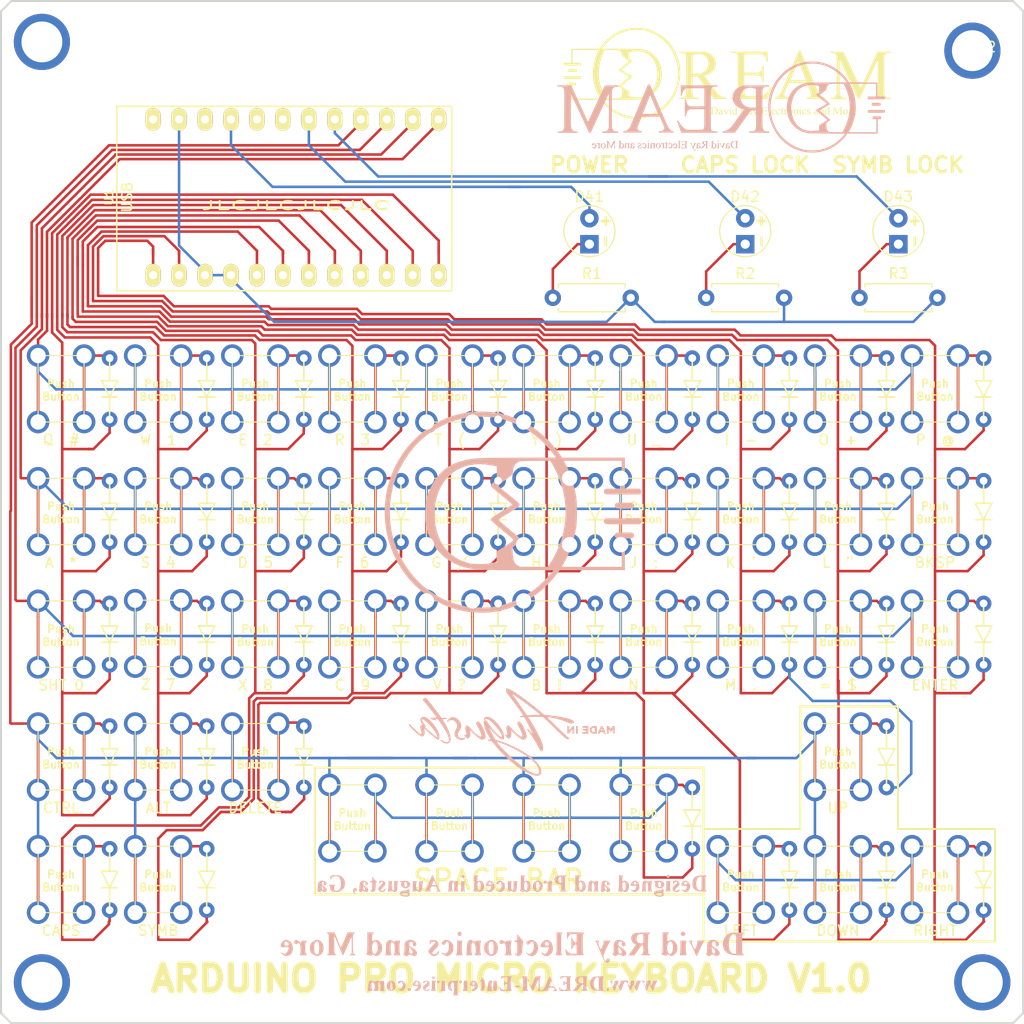
<source format=kicad_pcb>
(kicad_pcb (version 20171130) (host pcbnew "(5.0.0)")
  (layers (0 F.Cu signal) (31 B.Cu signal) (34 B.Paste user) (35 F.Paste user) (36 B.SilkS user) (37 F.SilkS user) (38 B.Mask user) (39 F.Mask user) (44 Edge.Cuts user))
  (net 0 "")
  (net 1 "Net-(D1-PadA)")
  (net 2 "Net-(D2-PadA)")
  (net 3 "Net-(D3-PadA)")
  (net 4 "Net-(D4-PadA)")
  (net 5 "Net-(D5-PadA)")
  (net 6 ROW1)
  (net 7 ROW2)
  (net 8 ROW3)
  (net 9 ROW4)
  (net 10 COL1)
  (net 11 COL2)
  (net 12 "Net-(D6-PadA)")
  (net 13 "Net-(D7-PadA)")
  (net 14 "Net-(D8-PadA)")
  (net 15 "Net-(D9-PadA)")
  (net 16 "Net-(D10-PadA)")
  (net 17 "Net-(D11-PadA)")
  (net 18 COL3)
  (net 19 "Net-(D12-PadA)")
  (net 20 "Net-(D13-PadA)")
  (net 21 "Net-(D14-PadA)")
  (net 22 "Net-(D15-PadA)")
  (net 23 COL4)
  (net 24 "Net-(D16-PadA)")
  (net 25 "Net-(D17-PadA)")
  (net 26 "Net-(D18-PadA)")
  (net 27 "Net-(D19-PadA)")
  (net 28 "Net-(D20-PadA)")
  (net 29 "Net-(D21-PadA)")
  (net 30 COL5)
  (net 31 "Net-(D22-PadA)")
  (net 32 "Net-(D23-PadA)")
  (net 33 "Net-(D24-PadA)")
  (net 34 "Net-(D25-PadA)")
  (net 35 COL6)
  (net 36 "Net-(D26-PadA)")
  (net 37 "Net-(D27-PadA)")
  (net 38 "Net-(D28-PadA)")
  (net 39 "Net-(D29-PadA)")
  (net 40 "Net-(D30-PadA)")
  (net 41 COL7)
  (net 42 COL8)
  (net 43 COL9)
  (net 44 COL10)
  (net 45 "Net-(D31-PadA)")
  (net 46 "Net-(D32-PadA)")
  (net 47 "Net-(D33-PadA)")
  (net 48 "Net-(D34-PadA)")
  (net 49 "Net-(D35-PadA)")
  (net 50 "Net-(D36-PadA)")
  (net 51 "Net-(D37-PadA)")
  (net 52 "Net-(D38-PadA)")
  (net 53 "Net-(D39-PadA)")
  (net 54 "Net-(D40-PadA)")
  (net 55 POWER)
  (net 56 "Net-(D41-Pad2)")
  (net 57 "Net-(D42-Pad2)")
  (net 58 A1)
  (net 59 "Net-(D43-Pad2)")
  (net 60 A0)
  (net 61 GND)
  (net 62 RAW)
  (net 63 RST)
  (net 64 A3)
  (net 65 A2)
  (module "DREAM_Custom:Kailanda Push Button 6.5x4.5_002" (layer F.Cu) (at 40.375 110.936 90)
    (fp_text reference SYMB (at -5 0 unlocked) (layer F.SilkS))
    (fp_text value SW_Push)
    (fp_text user Push (at 0.508 0 unlocked) (layer F.SilkS) (effects (font (size 0.75 0.75))))
    (fp_text user Button (at -0.762 0 unlocked) (layer F.SilkS) (effects (font (size 0.75 0.75))))
    (pad 1 thru_hole circle (at -3.25 -2.25 90) (size 2.2 2.2) (drill 1.5) (layers *.Cu *.Mask) (net 9 ROW4))
    (pad 1 thru_hole circle (at 3.25 -2.25 90) (size 2.2 2.2) (drill 1.5) (layers *.Cu *.Mask) (net 9 ROW4))
    (pad 2 thru_hole circle (at -3.25 2.25 90) (size 2.2 2.2) (drill 1.5) (layers *.Cu *.Mask) (net 48 "Net-(D34-PadA)"))
    (pad 2 thru_hole circle (at 3.25 2.25 90) (size 2.2 2.2) (drill 1.5) (layers *.Cu *.Mask) (net 48 "Net-(D34-PadA)"))
  )
  (module "DREAM_Custom:Kailanda Push Button 6.5x4.5_002" (layer F.Cu) (at 87.875 104.936 90)
    (fp_text reference SPACE hide)
    (fp_text value SW_Push)
    (fp_text user Push (at 0.508 0 unlocked) (layer F.SilkS) (effects (font (size 0.75 0.75))))
    (fp_text user Button (at -0.762 0 unlocked) (layer F.SilkS) (effects (font (size 0.75 0.75))))
    (pad 1 thru_hole circle (at -3.25 -2.25 90) (size 2.2 2.2) (drill 1.5) (layers *.Cu *.Mask) (net 9 ROW4))
    (pad 1 thru_hole circle (at 3.25 -2.25 90) (size 2.2 2.2) (drill 1.5) (layers *.Cu *.Mask) (net 9 ROW4))
    (pad 2 thru_hole circle (at -3.25 2.25 90) (size 2.2 2.2) (drill 1.5) (layers *.Cu *.Mask) (net 50 "Net-(D36-PadA)"))
    (pad 2 thru_hole circle (at 3.25 2.25 90) (size 2.2 2.2) (drill 1.5) (layers *.Cu *.Mask) (net 50 "Net-(D36-PadA)"))
  )
  (module DREAM_Custom:DIODE_P6_03kicad_mod (layer F.Cu) (at 45.125 110.936)
    (fp_text reference D34 hide)
    (fp_text value 1N4148)
    (pad K thru_hole circle (at 0 3) (size 1.524 1.524) (drill 0.762) (layers *.Cu *.Mask) (net 23 COL4))
    (pad A thru_hole circle (at 0 -3) (size 1.524 1.524) (drill 0.762) (layers *.Cu *.Mask) (net 48 "Net-(D34-PadA)"))
  )
  (module DREAM_Custom:DIODE_P6_03kicad_mod (layer F.Cu) (at 35.625 62.936)
    (fp_text reference D1 hide)
    (fp_text value 1N4148)
    (pad K thru_hole circle (at 0 3) (size 1.524 1.524) (drill 0.762) (layers *.Cu *.Mask) (net 10 COL1))
    (pad A thru_hole circle (at 0 -3) (size 1.524 1.524) (drill 0.762) (layers *.Cu *.Mask) (net 1 "Net-(D1-PadA)"))
  )
  (module DREAM_Custom:DIODE_P6_03kicad_mod (layer F.Cu) (at 54.625 62.936)
    (fp_text reference D3 hide)
    (fp_text value 1N4148)
    (pad K thru_hole circle (at 0 3) (size 1.524 1.524) (drill 0.762) (layers *.Cu *.Mask) (net 18 COL3))
    (pad A thru_hole circle (at 0 -3) (size 1.524 1.524) (drill 0.762) (layers *.Cu *.Mask) (net 3 "Net-(D3-PadA)"))
  )
  (module DREAM_Custom:DIODE_P6_03kicad_mod (layer F.Cu) (at 73.625 62.936)
    (fp_text reference D5 hide)
    (fp_text value 1N4148)
    (pad K thru_hole circle (at 0 3) (size 1.524 1.524) (drill 0.762) (layers *.Cu *.Mask) (net 30 COL5))
    (pad A thru_hole circle (at 0 -3) (size 1.524 1.524) (drill 0.762) (layers *.Cu *.Mask) (net 5 "Net-(D5-PadA)"))
  )
  (module DREAM_Custom:DIODE_P6_03kicad_mod (layer F.Cu) (at 83.125 62.936)
    (fp_text reference D6 hide)
    (fp_text value 1N4148)
    (pad K thru_hole circle (at 0 3) (size 1.524 1.524) (drill 0.762) (layers *.Cu *.Mask) (net 35 COL6))
    (pad A thru_hole circle (at 0 -3) (size 1.524 1.524) (drill 0.762) (layers *.Cu *.Mask) (net 12 "Net-(D6-PadA)"))
  )
  (module DREAM_Custom:DIODE_P6_03kicad_mod (layer F.Cu) (at 92.625 62.936)
    (fp_text reference D7 hide)
    (fp_text value 1N4148)
    (pad K thru_hole circle (at 0 3) (size 1.524 1.524) (drill 0.762) (layers *.Cu *.Mask) (net 41 COL7))
    (pad A thru_hole circle (at 0 -3) (size 1.524 1.524) (drill 0.762) (layers *.Cu *.Mask) (net 13 "Net-(D7-PadA)"))
  )
  (module DREAM_Custom:DIODE_P6_03kicad_mod (layer F.Cu) (at 102.125 62.936)
    (fp_text reference D8 hide)
    (fp_text value 1N4148)
    (pad K thru_hole circle (at 0 3) (size 1.524 1.524) (drill 0.762) (layers *.Cu *.Mask) (net 42 COL8))
    (pad A thru_hole circle (at 0 -3) (size 1.524 1.524) (drill 0.762) (layers *.Cu *.Mask) (net 14 "Net-(D8-PadA)"))
  )
  (module DREAM_Custom:DIODE_P6_03kicad_mod (layer F.Cu) (at 111.625 62.936)
    (fp_text reference D9 hide)
    (fp_text value 1N4148)
    (pad K thru_hole circle (at 0 3) (size 1.524 1.524) (drill 0.762) (layers *.Cu *.Mask) (net 43 COL9))
    (pad A thru_hole circle (at 0 -3) (size 1.524 1.524) (drill 0.762) (layers *.Cu *.Mask) (net 15 "Net-(D9-PadA)"))
  )
  (module DREAM_Custom:DIODE_P6_03kicad_mod (layer F.Cu) (at 121.125 62.936)
    (fp_text reference D10 hide)
    (fp_text value 1N4148)
    (pad K thru_hole circle (at 0 3) (size 1.524 1.524) (drill 0.762) (layers *.Cu *.Mask) (net 44 COL10))
    (pad A thru_hole circle (at 0 -3) (size 1.524 1.524) (drill 0.762) (layers *.Cu *.Mask) (net 16 "Net-(D10-PadA)"))
  )
  (module DREAM_Custom:DIODE_P6_03kicad_mod (layer F.Cu) (at 35.625 74.936)
    (fp_text reference D11 hide)
    (fp_text value 1N4148)
    (pad K thru_hole circle (at 0 3) (size 1.524 1.524) (drill 0.762) (layers *.Cu *.Mask) (net 10 COL1))
    (pad A thru_hole circle (at 0 -3) (size 1.524 1.524) (drill 0.762) (layers *.Cu *.Mask) (net 17 "Net-(D11-PadA)"))
  )
  (module DREAM_Custom:DIODE_P6_03kicad_mod (layer F.Cu) (at 45.125 74.936)
    (fp_text reference D12 hide)
    (fp_text value 1N4148)
    (pad K thru_hole circle (at 0 3) (size 1.524 1.524) (drill 0.762) (layers *.Cu *.Mask) (net 11 COL2))
    (pad A thru_hole circle (at 0 -3) (size 1.524 1.524) (drill 0.762) (layers *.Cu *.Mask) (net 19 "Net-(D12-PadA)"))
  )
  (module DREAM_Custom:DIODE_P6_03kicad_mod (layer F.Cu) (at 54.625 74.936)
    (fp_text reference D13 hide)
    (fp_text value 1N4148)
    (pad K thru_hole circle (at 0 3) (size 1.524 1.524) (drill 0.762) (layers *.Cu *.Mask) (net 18 COL3))
    (pad A thru_hole circle (at 0 -3) (size 1.524 1.524) (drill 0.762) (layers *.Cu *.Mask) (net 20 "Net-(D13-PadA)"))
  )
  (module DREAM_Custom:DIODE_P6_03kicad_mod (layer F.Cu) (at 64.125 74.936)
    (fp_text reference D14 hide)
    (fp_text value 1N4148)
    (pad K thru_hole circle (at 0 3) (size 1.524 1.524) (drill 0.762) (layers *.Cu *.Mask) (net 23 COL4))
    (pad A thru_hole circle (at 0 -3) (size 1.524 1.524) (drill 0.762) (layers *.Cu *.Mask) (net 21 "Net-(D14-PadA)"))
  )
  (module DREAM_Custom:DIODE_P6_03kicad_mod (layer F.Cu) (at 73.625 74.936)
    (fp_text reference D15 hide)
    (fp_text value 1N4148)
    (pad K thru_hole circle (at 0 3) (size 1.524 1.524) (drill 0.762) (layers *.Cu *.Mask) (net 30 COL5))
    (pad A thru_hole circle (at 0 -3) (size 1.524 1.524) (drill 0.762) (layers *.Cu *.Mask) (net 22 "Net-(D15-PadA)"))
  )
  (module DREAM_Custom:DIODE_P6_03kicad_mod (layer F.Cu) (at 83.125 74.936)
    (fp_text reference D16 hide)
    (fp_text value 1N4148)
    (pad K thru_hole circle (at 0 3) (size 1.524 1.524) (drill 0.762) (layers *.Cu *.Mask) (net 35 COL6))
    (pad A thru_hole circle (at 0 -3) (size 1.524 1.524) (drill 0.762) (layers *.Cu *.Mask) (net 24 "Net-(D16-PadA)"))
  )
  (module DREAM_Custom:DIODE_P6_03kicad_mod (layer F.Cu) (at 92.625 74.936)
    (fp_text reference D17 hide)
    (fp_text value 1N4148)
    (pad K thru_hole circle (at 0 3) (size 1.524 1.524) (drill 0.762) (layers *.Cu *.Mask) (net 41 COL7))
    (pad A thru_hole circle (at 0 -3) (size 1.524 1.524) (drill 0.762) (layers *.Cu *.Mask) (net 25 "Net-(D17-PadA)"))
  )
  (module DREAM_Custom:DIODE_P6_03kicad_mod (layer F.Cu) (at 102.125 74.936)
    (fp_text reference D18 hide)
    (fp_text value 1N4148)
    (pad K thru_hole circle (at 0 3) (size 1.524 1.524) (drill 0.762) (layers *.Cu *.Mask) (net 42 COL8))
    (pad A thru_hole circle (at 0 -3) (size 1.524 1.524) (drill 0.762) (layers *.Cu *.Mask) (net 26 "Net-(D18-PadA)"))
  )
  (module DREAM_Custom:DIODE_P6_03kicad_mod (layer F.Cu) (at 111.625 74.936)
    (fp_text reference D19 hide)
    (fp_text value 1N4148)
    (pad K thru_hole circle (at 0 3) (size 1.524 1.524) (drill 0.762) (layers *.Cu *.Mask) (net 43 COL9))
    (pad A thru_hole circle (at 0 -3) (size 1.524 1.524) (drill 0.762) (layers *.Cu *.Mask) (net 27 "Net-(D19-PadA)"))
  )
  (module DREAM_Custom:DIODE_P6_03kicad_mod (layer F.Cu) (at 121.125 74.936)
    (fp_text reference D20 hide)
    (fp_text value 1N4148)
    (pad K thru_hole circle (at 0 3) (size 1.524 1.524) (drill 0.762) (layers *.Cu *.Mask) (net 44 COL10))
    (pad A thru_hole circle (at 0 -3) (size 1.524 1.524) (drill 0.762) (layers *.Cu *.Mask) (net 28 "Net-(D20-PadA)"))
  )
  (module DREAM_Custom:DIODE_P6_03kicad_mod (layer F.Cu) (at 35.625 86.936)
    (fp_text reference D21 hide)
    (fp_text value 1N4148)
    (pad K thru_hole circle (at 0 3) (size 1.524 1.524) (drill 0.762) (layers *.Cu *.Mask) (net 10 COL1))
    (pad A thru_hole circle (at 0 -3) (size 1.524 1.524) (drill 0.762) (layers *.Cu *.Mask) (net 29 "Net-(D21-PadA)"))
  )
  (module DREAM_Custom:DIODE_P6_03kicad_mod (layer F.Cu) (at 45.125 86.936)
    (fp_text reference D22 hide)
    (fp_text value 1N4148)
    (pad K thru_hole circle (at 0 3) (size 1.524 1.524) (drill 0.762) (layers *.Cu *.Mask) (net 11 COL2))
    (pad A thru_hole circle (at 0 -3) (size 1.524 1.524) (drill 0.762) (layers *.Cu *.Mask) (net 31 "Net-(D22-PadA)"))
  )
  (module DREAM_Custom:DIODE_P6_03kicad_mod (layer F.Cu) (at 54.625 86.936)
    (fp_text reference D23 hide)
    (fp_text value 1N4148)
    (pad K thru_hole circle (at 0 3) (size 1.524 1.524) (drill 0.762) (layers *.Cu *.Mask) (net 18 COL3))
    (pad A thru_hole circle (at 0 -3) (size 1.524 1.524) (drill 0.762) (layers *.Cu *.Mask) (net 32 "Net-(D23-PadA)"))
  )
  (module DREAM_Custom:DIODE_P6_03kicad_mod (layer F.Cu) (at 64.125 86.936)
    (fp_text reference D24 hide)
    (fp_text value 1N4148)
    (pad K thru_hole circle (at 0 3) (size 1.524 1.524) (drill 0.762) (layers *.Cu *.Mask) (net 23 COL4))
    (pad A thru_hole circle (at 0 -3) (size 1.524 1.524) (drill 0.762) (layers *.Cu *.Mask) (net 33 "Net-(D24-PadA)"))
  )
  (module DREAM_Custom:DIODE_P6_03kicad_mod (layer F.Cu) (at 73.625 86.936)
    (fp_text reference D25 hide)
    (fp_text value 1N4148)
    (pad K thru_hole circle (at 0 3) (size 1.524 1.524) (drill 0.762) (layers *.Cu *.Mask) (net 30 COL5))
    (pad A thru_hole circle (at 0 -3) (size 1.524 1.524) (drill 0.762) (layers *.Cu *.Mask) (net 34 "Net-(D25-PadA)"))
  )
  (module DREAM_Custom:DIODE_P6_03kicad_mod (layer F.Cu) (at 83.125 86.936)
    (fp_text reference D26 hide)
    (fp_text value 1N4148)
    (pad K thru_hole circle (at 0 3) (size 1.524 1.524) (drill 0.762) (layers *.Cu *.Mask) (net 35 COL6))
    (pad A thru_hole circle (at 0 -3) (size 1.524 1.524) (drill 0.762) (layers *.Cu *.Mask) (net 36 "Net-(D26-PadA)"))
  )
  (module DREAM_Custom:DIODE_P6_03kicad_mod (layer F.Cu) (at 92.625 86.936)
    (fp_text reference D27 hide)
    (fp_text value 1N4148)
    (pad K thru_hole circle (at 0 3) (size 1.524 1.524) (drill 0.762) (layers *.Cu *.Mask) (net 41 COL7))
    (pad A thru_hole circle (at 0 -3) (size 1.524 1.524) (drill 0.762) (layers *.Cu *.Mask) (net 37 "Net-(D27-PadA)"))
  )
  (module DREAM_Custom:DIODE_P6_03kicad_mod (layer F.Cu) (at 102.125 86.936)
    (fp_text reference D28 hide)
    (fp_text value 1N4148)
    (pad K thru_hole circle (at 0 3) (size 1.524 1.524) (drill 0.762) (layers *.Cu *.Mask) (net 42 COL8))
    (pad A thru_hole circle (at 0 -3) (size 1.524 1.524) (drill 0.762) (layers *.Cu *.Mask) (net 38 "Net-(D28-PadA)"))
  )
  (module DREAM_Custom:DIODE_P6_03kicad_mod (layer F.Cu) (at 111.625 86.936)
    (fp_text reference D29 hide)
    (fp_text value 1N4148)
    (pad K thru_hole circle (at 0 3) (size 1.524 1.524) (drill 0.762) (layers *.Cu *.Mask) (net 43 COL9))
    (pad A thru_hole circle (at 0 -3) (size 1.524 1.524) (drill 0.762) (layers *.Cu *.Mask) (net 39 "Net-(D29-PadA)"))
  )
  (module DREAM_Custom:DIODE_P6_03kicad_mod (layer F.Cu) (at 121.125 86.936)
    (fp_text reference D30 hide)
    (fp_text value 1N4148)
    (pad K thru_hole circle (at 0 3) (size 1.524 1.524) (drill 0.762) (layers *.Cu *.Mask) (net 44 COL10))
    (pad A thru_hole circle (at 0 -3) (size 1.524 1.524) (drill 0.762) (layers *.Cu *.Mask) (net 40 "Net-(D30-PadA)"))
  )
  (module DREAM_Custom:DIODE_P6_03kicad_mod (layer F.Cu) (at 35.625 98.936)
    (fp_text reference D31 hide)
    (fp_text value 1N4148)
    (pad K thru_hole circle (at 0 3) (size 1.524 1.524) (drill 0.762) (layers *.Cu *.Mask) (net 10 COL1))
    (pad A thru_hole circle (at 0 -3) (size 1.524 1.524) (drill 0.762) (layers *.Cu *.Mask) (net 45 "Net-(D31-PadA)"))
  )
  (module DREAM_Custom:DIODE_P6_03kicad_mod (layer F.Cu) (at 45.125 98.936)
    (fp_text reference D32 hide)
    (fp_text value 1N4148)
    (pad K thru_hole circle (at 0 3) (size 1.524 1.524) (drill 0.762) (layers *.Cu *.Mask) (net 11 COL2))
    (pad A thru_hole circle (at 0 -3) (size 1.524 1.524) (drill 0.762) (layers *.Cu *.Mask) (net 46 "Net-(D32-PadA)"))
  )
  (module DREAM_Custom:DIODE_P6_03kicad_mod (layer F.Cu) (at 35.625 110.936)
    (fp_text reference D33 hide)
    (fp_text value 1N4148)
    (pad K thru_hole circle (at 0 3) (size 1.524 1.524) (drill 0.762) (layers *.Cu *.Mask) (net 18 COL3))
    (pad A thru_hole circle (at 0 -3) (size 1.524 1.524) (drill 0.762) (layers *.Cu *.Mask) (net 47 "Net-(D33-PadA)"))
  )
  (module DREAM_Custom:DIODE_P6_03kicad_mod (layer F.Cu) (at 54.625 98.936)
    (fp_text reference D35 hide)
    (fp_text value 1N4148)
    (pad K thru_hole circle (at 0 3) (size 1.524 1.524) (drill 0.762) (layers *.Cu *.Mask) (net 30 COL5))
    (pad A thru_hole circle (at 0 -3) (size 1.524 1.524) (drill 0.762) (layers *.Cu *.Mask) (net 49 "Net-(D35-PadA)"))
  )
  (module DREAM_Custom:DIODE_P6_03kicad_mod (layer F.Cu) (at 92.625 104.936)
    (fp_text reference D36 hide)
    (fp_text value 1N4148)
    (pad K thru_hole circle (at 0 3) (size 1.524 1.524) (drill 0.762) (layers *.Cu *.Mask) (net 35 COL6))
    (pad A thru_hole circle (at 0 -3) (size 1.524 1.524) (drill 0.762) (layers *.Cu *.Mask) (net 50 "Net-(D36-PadA)"))
  )
  (module DREAM_Custom:DIODE_P6_03kicad_mod (layer F.Cu) (at 102.125 110.936)
    (fp_text reference D37 hide)
    (fp_text value 1N4148)
    (pad K thru_hole circle (at 0 3) (size 1.524 1.524) (drill 0.762) (layers *.Cu *.Mask) (net 41 COL7))
    (pad A thru_hole circle (at 0 -3) (size 1.524 1.524) (drill 0.762) (layers *.Cu *.Mask) (net 51 "Net-(D37-PadA)"))
  )
  (module DREAM_Custom:DIODE_P6_03kicad_mod (layer F.Cu) (at 111.625 98.936)
    (fp_text reference D38 hide)
    (fp_text value 1N4148)
    (pad K thru_hole circle (at 0 3) (size 1.524 1.524) (drill 0.762) (layers *.Cu *.Mask) (net 42 COL8))
    (pad A thru_hole circle (at 0 -3) (size 1.524 1.524) (drill 0.762) (layers *.Cu *.Mask) (net 52 "Net-(D38-PadA)"))
  )
  (module DREAM_Custom:DIODE_P6_03kicad_mod (layer F.Cu) (at 111.625 110.936)
    (fp_text reference D39 hide)
    (fp_text value 1N4148)
    (pad K thru_hole circle (at 0 3) (size 1.524 1.524) (drill 0.762) (layers *.Cu *.Mask) (net 43 COL9))
    (pad A thru_hole circle (at 0 -3) (size 1.524 1.524) (drill 0.762) (layers *.Cu *.Mask) (net 53 "Net-(D39-PadA)"))
  )
  (module DREAM_Custom:DIODE_P6_03kicad_mod (layer F.Cu) (at 121.125 110.936)
    (fp_text reference D40 hide)
    (fp_text value 1N4148)
    (pad K thru_hole circle (at 0 3) (size 1.524 1.524) (drill 0.762) (layers *.Cu *.Mask) (net 44 COL10))
    (pad A thru_hole circle (at 0 -3) (size 1.524 1.524) (drill 0.762) (layers *.Cu *.Mask) (net 54 "Net-(D40-PadA)"))
  )
  (module DREAM_Custom:DIODE_P6_03kicad_mod (layer F.Cu) (at 45.125 62.936)
    (fp_text reference D2 hide)
    (fp_text value 1N4148)
    (pad K thru_hole circle (at 0 3) (size 1.524 1.524) (drill 0.762) (layers *.Cu *.Mask) (net 11 COL2))
    (pad A thru_hole circle (at 0 -3) (size 1.524 1.524) (drill 0.762) (layers *.Cu *.Mask) (net 2 "Net-(D2-PadA)"))
  )
  (module DREAM_Custom:DIODE_P6_03kicad_mod (layer F.Cu) (at 64.125 62.936)
    (fp_text reference D4 hide)
    (fp_text value 1N4148)
    (pad K thru_hole circle (at 0 3) (size 1.524 1.524) (drill 0.762) (layers *.Cu *.Mask) (net 23 COL4))
    (pad A thru_hole circle (at 0 -3) (size 1.524 1.524) (drill 0.762) (layers *.Cu *.Mask) (net 4 "Net-(D4-PadA)"))
  )
  (module "DREAM_Custom:Kailanda Push Button 6.5x4.5_002" (layer F.Cu) (at 30.875 62.936 90)
    (fp_text reference "Q  #" (at -5 0 unlocked) (layer F.SilkS))
    (fp_text value SW_Push)
    (fp_text user Push (at 0.508 0 unlocked) (layer F.SilkS) (effects (font (size 0.75 0.75))))
    (fp_text user Button (at -0.762 0 unlocked) (layer F.SilkS) (effects (font (size 0.75 0.75))))
    (pad 1 thru_hole circle (at -3.25 -2.25 90) (size 2.2 2.2) (drill 1.5) (layers *.Cu *.Mask) (net 6 ROW1))
    (pad 1 thru_hole circle (at 3.25 -2.25 90) (size 2.2 2.2) (drill 1.5) (layers *.Cu *.Mask) (net 6 ROW1))
    (pad 2 thru_hole circle (at -3.25 2.25 90) (size 2.2 2.2) (drill 1.5) (layers *.Cu *.Mask) (net 1 "Net-(D1-PadA)"))
    (pad 2 thru_hole circle (at 3.25 2.25 90) (size 2.2 2.2) (drill 1.5) (layers *.Cu *.Mask) (net 1 "Net-(D1-PadA)"))
  )
  (module "DREAM_Custom:Kailanda Push Button 6.5x4.5_002" (layer F.Cu) (at 40.375 62.936 90)
    (fp_text reference "W  1" (at -5 0 unlocked) (layer F.SilkS))
    (fp_text value SW_Push)
    (fp_text user Push (at 0.508 0 unlocked) (layer F.SilkS) (effects (font (size 0.75 0.75))))
    (fp_text user Button (at -0.762 0 unlocked) (layer F.SilkS) (effects (font (size 0.75 0.75))))
    (pad 1 thru_hole circle (at -3.25 -2.25 90) (size 2.2 2.2) (drill 1.5) (layers *.Cu *.Mask) (net 6 ROW1))
    (pad 1 thru_hole circle (at 3.25 -2.25 90) (size 2.2 2.2) (drill 1.5) (layers *.Cu *.Mask) (net 6 ROW1))
    (pad 2 thru_hole circle (at -3.25 2.25 90) (size 2.2 2.2) (drill 1.5) (layers *.Cu *.Mask) (net 2 "Net-(D2-PadA)"))
    (pad 2 thru_hole circle (at 3.25 2.25 90) (size 2.2 2.2) (drill 1.5) (layers *.Cu *.Mask) (net 2 "Net-(D2-PadA)"))
  )
  (module "DREAM_Custom:Kailanda Push Button 6.5x4.5_002" (layer F.Cu) (at 49.875 62.936 90)
    (fp_text reference "E  2" (at -5 0 unlocked) (layer F.SilkS))
    (fp_text value SW_Push)
    (fp_text user Push (at 0.508 0 unlocked) (layer F.SilkS) (effects (font (size 0.75 0.75))))
    (fp_text user Button (at -0.762 0 unlocked) (layer F.SilkS) (effects (font (size 0.75 0.75))))
    (pad 1 thru_hole circle (at -3.25 -2.25 90) (size 2.2 2.2) (drill 1.5) (layers *.Cu *.Mask) (net 6 ROW1))
    (pad 1 thru_hole circle (at 3.25 -2.25 90) (size 2.2 2.2) (drill 1.5) (layers *.Cu *.Mask) (net 6 ROW1))
    (pad 2 thru_hole circle (at -3.25 2.25 90) (size 2.2 2.2) (drill 1.5) (layers *.Cu *.Mask) (net 3 "Net-(D3-PadA)"))
    (pad 2 thru_hole circle (at 3.25 2.25 90) (size 2.2 2.2) (drill 1.5) (layers *.Cu *.Mask) (net 3 "Net-(D3-PadA)"))
  )
  (module "DREAM_Custom:Kailanda Push Button 6.5x4.5_002" (layer F.Cu) (at 59.375 62.936 90)
    (fp_text reference "R  3" (at -5 0 unlocked) (layer F.SilkS))
    (fp_text value SW_Push)
    (fp_text user Push (at 0.508 0 unlocked) (layer F.SilkS) (effects (font (size 0.75 0.75))))
    (fp_text user Button (at -0.762 0 unlocked) (layer F.SilkS) (effects (font (size 0.75 0.75))))
    (pad 1 thru_hole circle (at -3.25 -2.25 90) (size 2.2 2.2) (drill 1.5) (layers *.Cu *.Mask) (net 6 ROW1))
    (pad 1 thru_hole circle (at 3.25 -2.25 90) (size 2.2 2.2) (drill 1.5) (layers *.Cu *.Mask) (net 6 ROW1))
    (pad 2 thru_hole circle (at -3.25 2.25 90) (size 2.2 2.2) (drill 1.5) (layers *.Cu *.Mask) (net 4 "Net-(D4-PadA)"))
    (pad 2 thru_hole circle (at 3.25 2.25 90) (size 2.2 2.2) (drill 1.5) (layers *.Cu *.Mask) (net 4 "Net-(D4-PadA)"))
  )
  (module "DREAM_Custom:Kailanda Push Button 6.5x4.5_002" (layer F.Cu) (at 68.875 62.936 90)
    (fp_text reference "T  (" (at -5 0 unlocked) (layer F.SilkS))
    (fp_text value SW_Push)
    (fp_text user Push (at 0.508 0 unlocked) (layer F.SilkS) (effects (font (size 0.75 0.75))))
    (fp_text user Button (at -0.762 0 unlocked) (layer F.SilkS) (effects (font (size 0.75 0.75))))
    (pad 1 thru_hole circle (at -3.25 -2.25 90) (size 2.2 2.2) (drill 1.5) (layers *.Cu *.Mask) (net 6 ROW1))
    (pad 1 thru_hole circle (at 3.25 -2.25 90) (size 2.2 2.2) (drill 1.5) (layers *.Cu *.Mask) (net 6 ROW1))
    (pad 2 thru_hole circle (at -3.25 2.25 90) (size 2.2 2.2) (drill 1.5) (layers *.Cu *.Mask) (net 5 "Net-(D5-PadA)"))
    (pad 2 thru_hole circle (at 3.25 2.25 90) (size 2.2 2.2) (drill 1.5) (layers *.Cu *.Mask) (net 5 "Net-(D5-PadA)"))
  )
  (module "DREAM_Custom:Kailanda Push Button 6.5x4.5_002" (layer F.Cu) (at 78.375 62.936 90)
    (fp_text reference "Y  )" (at -5 0 unlocked) (layer F.SilkS))
    (fp_text value SW_Push)
    (fp_text user Push (at 0.508 0 unlocked) (layer F.SilkS) (effects (font (size 0.75 0.75))))
    (fp_text user Button (at -0.762 0 unlocked) (layer F.SilkS) (effects (font (size 0.75 0.75))))
    (pad 1 thru_hole circle (at -3.25 -2.25 90) (size 2.2 2.2) (drill 1.5) (layers *.Cu *.Mask) (net 6 ROW1))
    (pad 1 thru_hole circle (at 3.25 -2.25 90) (size 2.2 2.2) (drill 1.5) (layers *.Cu *.Mask) (net 6 ROW1))
    (pad 2 thru_hole circle (at -3.25 2.25 90) (size 2.2 2.2) (drill 1.5) (layers *.Cu *.Mask) (net 12 "Net-(D6-PadA)"))
    (pad 2 thru_hole circle (at 3.25 2.25 90) (size 2.2 2.2) (drill 1.5) (layers *.Cu *.Mask) (net 12 "Net-(D6-PadA)"))
  )
  (module "DREAM_Custom:Kailanda Push Button 6.5x4.5_002" (layer F.Cu) (at 87.875 62.936 90)
    (fp_text reference "U  _" (at -5 0 unlocked) (layer F.SilkS))
    (fp_text value SW_Push)
    (fp_text user Push (at 0.508 0 unlocked) (layer F.SilkS) (effects (font (size 0.75 0.75))))
    (fp_text user Button (at -0.762 0 unlocked) (layer F.SilkS) (effects (font (size 0.75 0.75))))
    (pad 1 thru_hole circle (at -3.25 -2.25 90) (size 2.2 2.2) (drill 1.5) (layers *.Cu *.Mask) (net 6 ROW1))
    (pad 1 thru_hole circle (at 3.25 -2.25 90) (size 2.2 2.2) (drill 1.5) (layers *.Cu *.Mask) (net 6 ROW1))
    (pad 2 thru_hole circle (at -3.25 2.25 90) (size 2.2 2.2) (drill 1.5) (layers *.Cu *.Mask) (net 13 "Net-(D7-PadA)"))
    (pad 2 thru_hole circle (at 3.25 2.25 90) (size 2.2 2.2) (drill 1.5) (layers *.Cu *.Mask) (net 13 "Net-(D7-PadA)"))
  )
  (module "DREAM_Custom:Kailanda Push Button 6.5x4.5_002" (layer F.Cu) (at 97.375 62.936 90)
    (fp_text reference "I  -" (at -5 0 unlocked) (layer F.SilkS))
    (fp_text value SW_Push)
    (fp_text user Push (at 0.508 0 unlocked) (layer F.SilkS) (effects (font (size 0.75 0.75))))
    (fp_text user Button (at -0.762 0 unlocked) (layer F.SilkS) (effects (font (size 0.75 0.75))))
    (pad 1 thru_hole circle (at -3.25 -2.25 90) (size 2.2 2.2) (drill 1.5) (layers *.Cu *.Mask) (net 6 ROW1))
    (pad 1 thru_hole circle (at 3.25 -2.25 90) (size 2.2 2.2) (drill 1.5) (layers *.Cu *.Mask) (net 6 ROW1))
    (pad 2 thru_hole circle (at -3.25 2.25 90) (size 2.2 2.2) (drill 1.5) (layers *.Cu *.Mask) (net 14 "Net-(D8-PadA)"))
    (pad 2 thru_hole circle (at 3.25 2.25 90) (size 2.2 2.2) (drill 1.5) (layers *.Cu *.Mask) (net 14 "Net-(D8-PadA)"))
  )
  (module "DREAM_Custom:Kailanda Push Button 6.5x4.5_002" (layer F.Cu) (at 106.875 62.936 90)
    (fp_text reference "O  +" (at -5 0 unlocked) (layer F.SilkS))
    (fp_text value SW_Push)
    (fp_text user Push (at 0.508 0 unlocked) (layer F.SilkS) (effects (font (size 0.75 0.75))))
    (fp_text user Button (at -0.762 0 unlocked) (layer F.SilkS) (effects (font (size 0.75 0.75))))
    (pad 1 thru_hole circle (at -3.25 -2.25 90) (size 2.2 2.2) (drill 1.5) (layers *.Cu *.Mask) (net 6 ROW1))
    (pad 1 thru_hole circle (at 3.25 -2.25 90) (size 2.2 2.2) (drill 1.5) (layers *.Cu *.Mask) (net 6 ROW1))
    (pad 2 thru_hole circle (at -3.25 2.25 90) (size 2.2 2.2) (drill 1.5) (layers *.Cu *.Mask) (net 15 "Net-(D9-PadA)"))
    (pad 2 thru_hole circle (at 3.25 2.25 90) (size 2.2 2.2) (drill 1.5) (layers *.Cu *.Mask) (net 15 "Net-(D9-PadA)"))
  )
  (module "DREAM_Custom:Kailanda Push Button 6.5x4.5_002" (layer F.Cu) (at 116.375 62.936 90)
    (fp_text reference "P  @" (at -5 0 unlocked) (layer F.SilkS))
    (fp_text value SW_Push)
    (fp_text user Push (at 0.508 0 unlocked) (layer F.SilkS) (effects (font (size 0.75 0.75))))
    (fp_text user Button (at -0.762 0 unlocked) (layer F.SilkS) (effects (font (size 0.75 0.75))))
    (pad 1 thru_hole circle (at -3.25 -2.25 90) (size 2.2 2.2) (drill 1.5) (layers *.Cu *.Mask) (net 6 ROW1))
    (pad 1 thru_hole circle (at 3.25 -2.25 90) (size 2.2 2.2) (drill 1.5) (layers *.Cu *.Mask) (net 6 ROW1))
    (pad 2 thru_hole circle (at -3.25 2.25 90) (size 2.2 2.2) (drill 1.5) (layers *.Cu *.Mask) (net 16 "Net-(D10-PadA)"))
    (pad 2 thru_hole circle (at 3.25 2.25 90) (size 2.2 2.2) (drill 1.5) (layers *.Cu *.Mask) (net 16 "Net-(D10-PadA)"))
  )
  (module "DREAM_Custom:Kailanda Push Button 6.5x4.5_002" (layer F.Cu) (at 30.875 74.936 90)
    (fp_text reference "A  *" (at -5 0 unlocked) (layer F.SilkS))
    (fp_text value SW_Push)
    (fp_text user Push (at 0.508 0 unlocked) (layer F.SilkS) (effects (font (size 0.75 0.75))))
    (fp_text user Button (at -0.762 0 unlocked) (layer F.SilkS) (effects (font (size 0.75 0.75))))
    (pad 1 thru_hole circle (at -3.25 -2.25 90) (size 2.2 2.2) (drill 1.5) (layers *.Cu *.Mask) (net 7 ROW2))
    (pad 1 thru_hole circle (at 3.25 -2.25 90) (size 2.2 2.2) (drill 1.5) (layers *.Cu *.Mask) (net 7 ROW2))
    (pad 2 thru_hole circle (at -3.25 2.25 90) (size 2.2 2.2) (drill 1.5) (layers *.Cu *.Mask) (net 17 "Net-(D11-PadA)"))
    (pad 2 thru_hole circle (at 3.25 2.25 90) (size 2.2 2.2) (drill 1.5) (layers *.Cu *.Mask) (net 17 "Net-(D11-PadA)"))
  )
  (module "DREAM_Custom:Kailanda Push Button 6.5x4.5_002" (layer F.Cu) (at 40.375 74.936 90)
    (fp_text reference "S  4" (at -5 0 unlocked) (layer F.SilkS))
    (fp_text value SW_Push)
    (fp_text user Push (at 0.508 0 unlocked) (layer F.SilkS) (effects (font (size 0.75 0.75))))
    (fp_text user Button (at -0.762 0 unlocked) (layer F.SilkS) (effects (font (size 0.75 0.75))))
    (pad 1 thru_hole circle (at -3.25 -2.25 90) (size 2.2 2.2) (drill 1.5) (layers *.Cu *.Mask) (net 7 ROW2))
    (pad 1 thru_hole circle (at 3.25 -2.25 90) (size 2.2 2.2) (drill 1.5) (layers *.Cu *.Mask) (net 7 ROW2))
    (pad 2 thru_hole circle (at -3.25 2.25 90) (size 2.2 2.2) (drill 1.5) (layers *.Cu *.Mask) (net 19 "Net-(D12-PadA)"))
    (pad 2 thru_hole circle (at 3.25 2.25 90) (size 2.2 2.2) (drill 1.5) (layers *.Cu *.Mask) (net 19 "Net-(D12-PadA)"))
  )
  (module "DREAM_Custom:Kailanda Push Button 6.5x4.5_002" (layer F.Cu) (at 49.875 74.936 90)
    (fp_text reference "D  5" (at -5 0 unlocked) (layer F.SilkS))
    (fp_text value SW_Push)
    (fp_text user Push (at 0.508 0 unlocked) (layer F.SilkS) (effects (font (size 0.75 0.75))))
    (fp_text user Button (at -0.762 0 unlocked) (layer F.SilkS) (effects (font (size 0.75 0.75))))
    (pad 1 thru_hole circle (at -3.25 -2.25 90) (size 2.2 2.2) (drill 1.5) (layers *.Cu *.Mask) (net 7 ROW2))
    (pad 1 thru_hole circle (at 3.25 -2.25 90) (size 2.2 2.2) (drill 1.5) (layers *.Cu *.Mask) (net 7 ROW2))
    (pad 2 thru_hole circle (at -3.25 2.25 90) (size 2.2 2.2) (drill 1.5) (layers *.Cu *.Mask) (net 20 "Net-(D13-PadA)"))
    (pad 2 thru_hole circle (at 3.25 2.25 90) (size 2.2 2.2) (drill 1.5) (layers *.Cu *.Mask) (net 20 "Net-(D13-PadA)"))
  )
  (module "DREAM_Custom:Kailanda Push Button 6.5x4.5_002" (layer F.Cu) (at 59.375 74.936 90)
    (fp_text reference "F  6" (at -5 0 unlocked) (layer F.SilkS))
    (fp_text value SW_Push)
    (fp_text user Push (at 0.508 0 unlocked) (layer F.SilkS) (effects (font (size 0.75 0.75))))
    (fp_text user Button (at -0.762 0 unlocked) (layer F.SilkS) (effects (font (size 0.75 0.75))))
    (pad 1 thru_hole circle (at -3.25 -2.25 90) (size 2.2 2.2) (drill 1.5) (layers *.Cu *.Mask) (net 7 ROW2))
    (pad 1 thru_hole circle (at 3.25 -2.25 90) (size 2.2 2.2) (drill 1.5) (layers *.Cu *.Mask) (net 7 ROW2))
    (pad 2 thru_hole circle (at -3.25 2.25 90) (size 2.2 2.2) (drill 1.5) (layers *.Cu *.Mask) (net 21 "Net-(D14-PadA)"))
    (pad 2 thru_hole circle (at 3.25 2.25 90) (size 2.2 2.2) (drill 1.5) (layers *.Cu *.Mask) (net 21 "Net-(D14-PadA)"))
  )
  (module "DREAM_Custom:Kailanda Push Button 6.5x4.5_002" (layer F.Cu) (at 68.875 74.936 90)
    (fp_text reference "G  /" (at -5 0 unlocked) (layer F.SilkS))
    (fp_text value SW_Push)
    (fp_text user Push (at 0.508 0 unlocked) (layer F.SilkS) (effects (font (size 0.75 0.75))))
    (fp_text user Button (at -0.762 0 unlocked) (layer F.SilkS) (effects (font (size 0.75 0.75))))
    (pad 1 thru_hole circle (at -3.25 -2.25 90) (size 2.2 2.2) (drill 1.5) (layers *.Cu *.Mask) (net 7 ROW2))
    (pad 1 thru_hole circle (at 3.25 -2.25 90) (size 2.2 2.2) (drill 1.5) (layers *.Cu *.Mask) (net 7 ROW2))
    (pad 2 thru_hole circle (at -3.25 2.25 90) (size 2.2 2.2) (drill 1.5) (layers *.Cu *.Mask) (net 22 "Net-(D15-PadA)"))
    (pad 2 thru_hole circle (at 3.25 2.25 90) (size 2.2 2.2) (drill 1.5) (layers *.Cu *.Mask) (net 22 "Net-(D15-PadA)"))
  )
  (module "DREAM_Custom:Kailanda Push Button 6.5x4.5_002" (layer F.Cu) (at 78.375 74.936 90)
    (fp_text reference "H  :" (at -5 0 unlocked) (layer F.SilkS))
    (fp_text value SW_Push)
    (fp_text user Push (at 0.508 0 unlocked) (layer F.SilkS) (effects (font (size 0.75 0.75))))
    (fp_text user Button (at -0.762 0 unlocked) (layer F.SilkS) (effects (font (size 0.75 0.75))))
    (pad 1 thru_hole circle (at -3.25 -2.25 90) (size 2.2 2.2) (drill 1.5) (layers *.Cu *.Mask) (net 7 ROW2))
    (pad 1 thru_hole circle (at 3.25 -2.25 90) (size 2.2 2.2) (drill 1.5) (layers *.Cu *.Mask) (net 7 ROW2))
    (pad 2 thru_hole circle (at -3.25 2.25 90) (size 2.2 2.2) (drill 1.5) (layers *.Cu *.Mask) (net 24 "Net-(D16-PadA)"))
    (pad 2 thru_hole circle (at 3.25 2.25 90) (size 2.2 2.2) (drill 1.5) (layers *.Cu *.Mask) (net 24 "Net-(D16-PadA)"))
  )
  (module "DREAM_Custom:Kailanda Push Button 6.5x4.5_002" (layer F.Cu) (at 87.875 74.936 90)
    (fp_text reference "J  ;" (at -5 0 unlocked) (layer F.SilkS))
    (fp_text value SW_Push)
    (fp_text user Push (at 0.508 0 unlocked) (layer F.SilkS) (effects (font (size 0.75 0.75))))
    (fp_text user Button (at -0.762 0 unlocked) (layer F.SilkS) (effects (font (size 0.75 0.75))))
    (pad 1 thru_hole circle (at -3.25 -2.25 90) (size 2.2 2.2) (drill 1.5) (layers *.Cu *.Mask) (net 7 ROW2))
    (pad 1 thru_hole circle (at 3.25 -2.25 90) (size 2.2 2.2) (drill 1.5) (layers *.Cu *.Mask) (net 7 ROW2))
    (pad 2 thru_hole circle (at -3.25 2.25 90) (size 2.2 2.2) (drill 1.5) (layers *.Cu *.Mask) (net 25 "Net-(D17-PadA)"))
    (pad 2 thru_hole circle (at 3.25 2.25 90) (size 2.2 2.2) (drill 1.5) (layers *.Cu *.Mask) (net 25 "Net-(D17-PadA)"))
  )
  (module "DREAM_Custom:Kailanda Push Button 6.5x4.5_002" (layer F.Cu) (at 97.375 74.936 90)
    (fp_text reference "K  '" (at -5 0 unlocked) (layer F.SilkS))
    (fp_text value SW_Push)
    (fp_text user Push (at 0.508 0 unlocked) (layer F.SilkS) (effects (font (size 0.75 0.75))))
    (fp_text user Button (at -0.762 0 unlocked) (layer F.SilkS) (effects (font (size 0.75 0.75))))
    (pad 1 thru_hole circle (at -3.25 -2.25 90) (size 2.2 2.2) (drill 1.5) (layers *.Cu *.Mask) (net 7 ROW2))
    (pad 1 thru_hole circle (at 3.25 -2.25 90) (size 2.2 2.2) (drill 1.5) (layers *.Cu *.Mask) (net 7 ROW2))
    (pad 2 thru_hole circle (at -3.25 2.25 90) (size 2.2 2.2) (drill 1.5) (layers *.Cu *.Mask) (net 26 "Net-(D18-PadA)"))
    (pad 2 thru_hole circle (at 3.25 2.25 90) (size 2.2 2.2) (drill 1.5) (layers *.Cu *.Mask) (net 26 "Net-(D18-PadA)"))
  )
  (module "DREAM_Custom:Kailanda Push Button 6.5x4.5_002" (layer F.Cu) (at 106.875 74.936 90)
    (fp_text reference "L  \"" (at -5 0 unlocked) (layer F.SilkS))
    (fp_text value SW_Push)
    (fp_text user Push (at 0.508 0 unlocked) (layer F.SilkS) (effects (font (size 0.75 0.75))))
    (fp_text user Button (at -0.762 0 unlocked) (layer F.SilkS) (effects (font (size 0.75 0.75))))
    (pad 1 thru_hole circle (at -3.25 -2.25 90) (size 2.2 2.2) (drill 1.5) (layers *.Cu *.Mask) (net 7 ROW2))
    (pad 1 thru_hole circle (at 3.25 -2.25 90) (size 2.2 2.2) (drill 1.5) (layers *.Cu *.Mask) (net 7 ROW2))
    (pad 2 thru_hole circle (at -3.25 2.25 90) (size 2.2 2.2) (drill 1.5) (layers *.Cu *.Mask) (net 27 "Net-(D19-PadA)"))
    (pad 2 thru_hole circle (at 3.25 2.25 90) (size 2.2 2.2) (drill 1.5) (layers *.Cu *.Mask) (net 27 "Net-(D19-PadA)"))
  )
  (module "DREAM_Custom:Kailanda Push Button 6.5x4.5_002" (layer F.Cu) (at 116.375 74.936 90)
    (fp_text reference BKSP (at -5 0 unlocked) (layer F.SilkS))
    (fp_text value SW_Push)
    (fp_text user Push (at 0.508 0 unlocked) (layer F.SilkS) (effects (font (size 0.75 0.75))))
    (fp_text user Button (at -0.762 0 unlocked) (layer F.SilkS) (effects (font (size 0.75 0.75))))
    (pad 1 thru_hole circle (at -3.25 -2.25 90) (size 2.2 2.2) (drill 1.5) (layers *.Cu *.Mask) (net 7 ROW2))
    (pad 1 thru_hole circle (at 3.25 -2.25 90) (size 2.2 2.2) (drill 1.5) (layers *.Cu *.Mask) (net 7 ROW2))
    (pad 2 thru_hole circle (at -3.25 2.25 90) (size 2.2 2.2) (drill 1.5) (layers *.Cu *.Mask) (net 28 "Net-(D20-PadA)"))
    (pad 2 thru_hole circle (at 3.25 2.25 90) (size 2.2 2.2) (drill 1.5) (layers *.Cu *.Mask) (net 28 "Net-(D20-PadA)"))
  )
  (module "DREAM_Custom:Kailanda Push Button 6.5x4.5_002" (layer F.Cu) (at 40.375 86.868 90)
    (fp_text reference "Z  7" (at -5 0 unlocked) (layer F.SilkS))
    (fp_text value SW_Push)
    (fp_text user Push (at 0.508 0 unlocked) (layer F.SilkS) (effects (font (size 0.75 0.75))))
    (fp_text user Button (at -0.762 0 unlocked) (layer F.SilkS) (effects (font (size 0.75 0.75))))
    (pad 1 thru_hole circle (at -3.25 -2.25 90) (size 2.2 2.2) (drill 1.5) (layers *.Cu *.Mask) (net 8 ROW3))
    (pad 1 thru_hole circle (at 3.25 -2.25 90) (size 2.2 2.2) (drill 1.5) (layers *.Cu *.Mask) (net 8 ROW3))
    (pad 2 thru_hole circle (at -3.25 2.25 90) (size 2.2 2.2) (drill 1.5) (layers *.Cu *.Mask) (net 31 "Net-(D22-PadA)"))
    (pad 2 thru_hole circle (at 3.25 2.25 90) (size 2.2 2.2) (drill 1.5) (layers *.Cu *.Mask) (net 31 "Net-(D22-PadA)"))
  )
  (module "DREAM_Custom:Kailanda Push Button 6.5x4.5_002" (layer F.Cu) (at 49.875 86.936 90)
    (fp_text reference "X  8" (at -5 0 unlocked) (layer F.SilkS))
    (fp_text value SW_Push)
    (fp_text user Push (at 0.508 0 unlocked) (layer F.SilkS) (effects (font (size 0.75 0.75))))
    (fp_text user Button (at -0.762 0 unlocked) (layer F.SilkS) (effects (font (size 0.75 0.75))))
    (pad 1 thru_hole circle (at -3.25 -2.25 90) (size 2.2 2.2) (drill 1.5) (layers *.Cu *.Mask) (net 8 ROW3))
    (pad 1 thru_hole circle (at 3.25 -2.25 90) (size 2.2 2.2) (drill 1.5) (layers *.Cu *.Mask) (net 8 ROW3))
    (pad 2 thru_hole circle (at -3.25 2.25 90) (size 2.2 2.2) (drill 1.5) (layers *.Cu *.Mask) (net 32 "Net-(D23-PadA)"))
    (pad 2 thru_hole circle (at 3.25 2.25 90) (size 2.2 2.2) (drill 1.5) (layers *.Cu *.Mask) (net 32 "Net-(D23-PadA)"))
  )
  (module "DREAM_Custom:Kailanda Push Button 6.5x4.5_002" (layer F.Cu) (at 59.375 86.936 90)
    (fp_text reference "C  9" (at -5 0 unlocked) (layer F.SilkS))
    (fp_text value SW_Push)
    (fp_text user Push (at 0.508 0 unlocked) (layer F.SilkS) (effects (font (size 0.75 0.75))))
    (fp_text user Button (at -0.762 0 unlocked) (layer F.SilkS) (effects (font (size 0.75 0.75))))
    (pad 1 thru_hole circle (at -3.25 -2.25 90) (size 2.2 2.2) (drill 1.5) (layers *.Cu *.Mask) (net 8 ROW3))
    (pad 1 thru_hole circle (at 3.25 -2.25 90) (size 2.2 2.2) (drill 1.5) (layers *.Cu *.Mask) (net 8 ROW3))
    (pad 2 thru_hole circle (at -3.25 2.25 90) (size 2.2 2.2) (drill 1.5) (layers *.Cu *.Mask) (net 33 "Net-(D24-PadA)"))
    (pad 2 thru_hole circle (at 3.25 2.25 90) (size 2.2 2.2) (drill 1.5) (layers *.Cu *.Mask) (net 33 "Net-(D24-PadA)"))
  )
  (module "DREAM_Custom:Kailanda Push Button 6.5x4.5_002" (layer F.Cu) (at 68.875 86.936 90)
    (fp_text reference "V  ?" (at -5 0 unlocked) (layer F.SilkS))
    (fp_text value SW_Push)
    (fp_text user Push (at 0.508 0 unlocked) (layer F.SilkS) (effects (font (size 0.75 0.75))))
    (fp_text user Button (at -0.762 0 unlocked) (layer F.SilkS) (effects (font (size 0.75 0.75))))
    (pad 1 thru_hole circle (at -3.25 -2.25 90) (size 2.2 2.2) (drill 1.5) (layers *.Cu *.Mask) (net 8 ROW3))
    (pad 1 thru_hole circle (at 3.25 -2.25 90) (size 2.2 2.2) (drill 1.5) (layers *.Cu *.Mask) (net 8 ROW3))
    (pad 2 thru_hole circle (at -3.25 2.25 90) (size 2.2 2.2) (drill 1.5) (layers *.Cu *.Mask) (net 34 "Net-(D25-PadA)"))
    (pad 2 thru_hole circle (at 3.25 2.25 90) (size 2.2 2.2) (drill 1.5) (layers *.Cu *.Mask) (net 34 "Net-(D25-PadA)"))
  )
  (module "DREAM_Custom:Kailanda Push Button 6.5x4.5_002" (layer F.Cu) (at 78.375 86.936 90)
    (fp_text reference "B  !" (at -5 0 unlocked) (layer F.SilkS))
    (fp_text value SW_Push)
    (fp_text user Push (at 0.508 0 unlocked) (layer F.SilkS) (effects (font (size 0.75 0.75))))
    (fp_text user Button (at -0.762 0 unlocked) (layer F.SilkS) (effects (font (size 0.75 0.75))))
    (pad 1 thru_hole circle (at -3.25 -2.25 90) (size 2.2 2.2) (drill 1.5) (layers *.Cu *.Mask) (net 8 ROW3))
    (pad 1 thru_hole circle (at 3.25 -2.25 90) (size 2.2 2.2) (drill 1.5) (layers *.Cu *.Mask) (net 8 ROW3))
    (pad 2 thru_hole circle (at -3.25 2.25 90) (size 2.2 2.2) (drill 1.5) (layers *.Cu *.Mask) (net 36 "Net-(D26-PadA)"))
    (pad 2 thru_hole circle (at 3.25 2.25 90) (size 2.2 2.2) (drill 1.5) (layers *.Cu *.Mask) (net 36 "Net-(D26-PadA)"))
  )
  (module "DREAM_Custom:Kailanda Push Button 6.5x4.5_002" (layer F.Cu) (at 87.875 86.936 90)
    (fp_text reference "N  ," (at -5 0 unlocked) (layer F.SilkS))
    (fp_text value SW_Push)
    (fp_text user Push (at 0.508 0 unlocked) (layer F.SilkS) (effects (font (size 0.75 0.75))))
    (fp_text user Button (at -0.762 0 unlocked) (layer F.SilkS) (effects (font (size 0.75 0.75))))
    (pad 1 thru_hole circle (at -3.25 -2.25 90) (size 2.2 2.2) (drill 1.5) (layers *.Cu *.Mask) (net 8 ROW3))
    (pad 1 thru_hole circle (at 3.25 -2.25 90) (size 2.2 2.2) (drill 1.5) (layers *.Cu *.Mask) (net 8 ROW3))
    (pad 2 thru_hole circle (at -3.25 2.25 90) (size 2.2 2.2) (drill 1.5) (layers *.Cu *.Mask) (net 37 "Net-(D27-PadA)"))
    (pad 2 thru_hole circle (at 3.25 2.25 90) (size 2.2 2.2) (drill 1.5) (layers *.Cu *.Mask) (net 37 "Net-(D27-PadA)"))
  )
  (module "DREAM_Custom:Kailanda Push Button 6.5x4.5_002" (layer F.Cu) (at 97.375 86.936 90)
    (fp_text reference "M  ." (at -5 0 unlocked) (layer F.SilkS))
    (fp_text value SW_Push)
    (fp_text user Push (at 0.508 0 unlocked) (layer F.SilkS) (effects (font (size 0.75 0.75))))
    (fp_text user Button (at -0.762 0 unlocked) (layer F.SilkS) (effects (font (size 0.75 0.75))))
    (pad 1 thru_hole circle (at -3.25 -2.25 90) (size 2.2 2.2) (drill 1.5) (layers *.Cu *.Mask) (net 8 ROW3))
    (pad 1 thru_hole circle (at 3.25 -2.25 90) (size 2.2 2.2) (drill 1.5) (layers *.Cu *.Mask) (net 8 ROW3))
    (pad 2 thru_hole circle (at -3.25 2.25 90) (size 2.2 2.2) (drill 1.5) (layers *.Cu *.Mask) (net 38 "Net-(D28-PadA)"))
    (pad 2 thru_hole circle (at 3.25 2.25 90) (size 2.2 2.2) (drill 1.5) (layers *.Cu *.Mask) (net 38 "Net-(D28-PadA)"))
  )
  (module "DREAM_Custom:Kailanda Push Button 6.5x4.5_002" (layer F.Cu) (at 106.875 86.936 90)
    (fp_text reference "=  $" (at -5 0 unlocked) (layer F.SilkS))
    (fp_text value SW_Push)
    (fp_text user Push (at 0.508 0 unlocked) (layer F.SilkS) (effects (font (size 0.75 0.75))))
    (fp_text user Button (at -0.762 0 unlocked) (layer F.SilkS) (effects (font (size 0.75 0.75))))
    (pad 1 thru_hole circle (at -3.25 -2.25 90) (size 2.2 2.2) (drill 1.5) (layers *.Cu *.Mask) (net 8 ROW3))
    (pad 1 thru_hole circle (at 3.25 -2.25 90) (size 2.2 2.2) (drill 1.5) (layers *.Cu *.Mask) (net 8 ROW3))
    (pad 2 thru_hole circle (at -3.25 2.25 90) (size 2.2 2.2) (drill 1.5) (layers *.Cu *.Mask) (net 39 "Net-(D29-PadA)"))
    (pad 2 thru_hole circle (at 3.25 2.25 90) (size 2.2 2.2) (drill 1.5) (layers *.Cu *.Mask) (net 39 "Net-(D29-PadA)"))
  )
  (module "DREAM_Custom:Kailanda Push Button 6.5x4.5_002" (layer F.Cu) (at 116.375 86.936 90)
    (fp_text reference ENTER (at -5 0 unlocked) (layer F.SilkS))
    (fp_text value SW_Push)
    (fp_text user Push (at 0.508 0 unlocked) (layer F.SilkS) (effects (font (size 0.75 0.75))))
    (fp_text user Button (at -0.762 0 unlocked) (layer F.SilkS) (effects (font (size 0.75 0.75))))
    (pad 1 thru_hole circle (at -3.25 -2.25 90) (size 2.2 2.2) (drill 1.5) (layers *.Cu *.Mask) (net 8 ROW3))
    (pad 1 thru_hole circle (at 3.25 -2.25 90) (size 2.2 2.2) (drill 1.5) (layers *.Cu *.Mask) (net 8 ROW3))
    (pad 2 thru_hole circle (at -3.25 2.25 90) (size 2.2 2.2) (drill 1.5) (layers *.Cu *.Mask) (net 40 "Net-(D30-PadA)"))
    (pad 2 thru_hole circle (at 3.25 2.25 90) (size 2.2 2.2) (drill 1.5) (layers *.Cu *.Mask) (net 40 "Net-(D30-PadA)"))
  )
  (module "DREAM_Custom:Kailanda Push Button 6.5x4.5_002" (layer F.Cu) (at 30.875 98.936 90)
    (fp_text reference CTRL (at -5 0 unlocked) (layer F.SilkS))
    (fp_text value SW_Push)
    (fp_text user Push (at 0.508 0 unlocked) (layer F.SilkS) (effects (font (size 0.75 0.75))))
    (fp_text user Button (at -0.762 0 unlocked) (layer F.SilkS) (effects (font (size 0.75 0.75))))
    (pad 1 thru_hole circle (at -3.25 -2.25 90) (size 2.2 2.2) (drill 1.5) (layers *.Cu *.Mask) (net 9 ROW4))
    (pad 1 thru_hole circle (at 3.25 -2.25 90) (size 2.2 2.2) (drill 1.5) (layers *.Cu *.Mask) (net 9 ROW4))
    (pad 2 thru_hole circle (at -3.25 2.25 90) (size 2.2 2.2) (drill 1.5) (layers *.Cu *.Mask) (net 45 "Net-(D31-PadA)"))
    (pad 2 thru_hole circle (at 3.25 2.25 90) (size 2.2 2.2) (drill 1.5) (layers *.Cu *.Mask) (net 45 "Net-(D31-PadA)"))
  )
  (module "DREAM_Custom:Kailanda Push Button 6.5x4.5_002" (layer F.Cu) (at 40.375 98.936 90)
    (fp_text reference ALT (at -5 0 unlocked) (layer F.SilkS))
    (fp_text value SW_Push)
    (fp_text user Push (at 0.508 0 unlocked) (layer F.SilkS) (effects (font (size 0.75 0.75))))
    (fp_text user Button (at -0.762 0 unlocked) (layer F.SilkS) (effects (font (size 0.75 0.75))))
    (pad 1 thru_hole circle (at -3.25 -2.25 90) (size 2.2 2.2) (drill 1.5) (layers *.Cu *.Mask) (net 9 ROW4))
    (pad 1 thru_hole circle (at 3.25 -2.25 90) (size 2.2 2.2) (drill 1.5) (layers *.Cu *.Mask) (net 9 ROW4))
    (pad 2 thru_hole circle (at -3.25 2.25 90) (size 2.2 2.2) (drill 1.5) (layers *.Cu *.Mask) (net 46 "Net-(D32-PadA)"))
    (pad 2 thru_hole circle (at 3.25 2.25 90) (size 2.2 2.2) (drill 1.5) (layers *.Cu *.Mask) (net 46 "Net-(D32-PadA)"))
  )
  (module "DREAM_Custom:Kailanda Push Button 6.5x4.5_002" (layer F.Cu) (at 30.875 110.936 90)
    (fp_text reference CAPS (at -5 0 unlocked) (layer F.SilkS))
    (fp_text value SW_Push)
    (fp_text user Push (at 0.508 0 unlocked) (layer F.SilkS) (effects (font (size 0.75 0.75))))
    (fp_text user Button (at -0.762 0 unlocked) (layer F.SilkS) (effects (font (size 0.75 0.75))))
    (pad 1 thru_hole circle (at -3.25 -2.25 90) (size 2.2 2.2) (drill 1.5) (layers *.Cu *.Mask) (net 9 ROW4))
    (pad 1 thru_hole circle (at 3.25 -2.25 90) (size 2.2 2.2) (drill 1.5) (layers *.Cu *.Mask) (net 9 ROW4))
    (pad 2 thru_hole circle (at -3.25 2.25 90) (size 2.2 2.2) (drill 1.5) (layers *.Cu *.Mask) (net 47 "Net-(D33-PadA)"))
    (pad 2 thru_hole circle (at 3.25 2.25 90) (size 2.2 2.2) (drill 1.5) (layers *.Cu *.Mask) (net 47 "Net-(D33-PadA)"))
  )
  (module "DREAM_Custom:Kailanda Push Button 6.5x4.5_002" (layer F.Cu) (at 49.875 98.936 90)
    (fp_text reference DELETE (at -5 0 unlocked) (layer F.SilkS))
    (fp_text value SW_Push)
    (fp_text user Push (at 0.508 0 unlocked) (layer F.SilkS) (effects (font (size 0.75 0.75))))
    (fp_text user Button (at -0.762 0 unlocked) (layer F.SilkS) (effects (font (size 0.75 0.75))))
    (pad 1 thru_hole circle (at -3.25 -2.25 90) (size 2.2 2.2) (drill 1.5) (layers *.Cu *.Mask) (net 9 ROW4))
    (pad 1 thru_hole circle (at 3.25 -2.25 90) (size 2.2 2.2) (drill 1.5) (layers *.Cu *.Mask) (net 9 ROW4))
    (pad 2 thru_hole circle (at -3.25 2.25 90) (size 2.2 2.2) (drill 1.5) (layers *.Cu *.Mask) (net 49 "Net-(D35-PadA)"))
    (pad 2 thru_hole circle (at 3.25 2.25 90) (size 2.2 2.2) (drill 1.5) (layers *.Cu *.Mask) (net 49 "Net-(D35-PadA)"))
  )
  (module "DREAM_Custom:Kailanda Push Button 6.5x4.5_002" (layer F.Cu) (at 97.375 110.936 90)
    (fp_text reference LEFT (at -5 0 unlocked) (layer F.SilkS))
    (fp_text value SW_Push)
    (fp_text user Push (at 0.508 0 unlocked) (layer F.SilkS) (effects (font (size 0.75 0.75))))
    (fp_text user Button (at -0.762 0 unlocked) (layer F.SilkS) (effects (font (size 0.75 0.75))))
    (pad 1 thru_hole circle (at -3.25 -2.25 90) (size 2.2 2.2) (drill 1.5) (layers *.Cu *.Mask) (net 9 ROW4))
    (pad 1 thru_hole circle (at 3.25 -2.25 90) (size 2.2 2.2) (drill 1.5) (layers *.Cu *.Mask) (net 9 ROW4))
    (pad 2 thru_hole circle (at -3.25 2.25 90) (size 2.2 2.2) (drill 1.5) (layers *.Cu *.Mask) (net 51 "Net-(D37-PadA)"))
    (pad 2 thru_hole circle (at 3.25 2.25 90) (size 2.2 2.2) (drill 1.5) (layers *.Cu *.Mask) (net 51 "Net-(D37-PadA)"))
  )
  (module "DREAM_Custom:Kailanda Push Button 6.5x4.5_002" (layer F.Cu) (at 106.875 98.936 90)
    (fp_text reference UP (at -5 0 unlocked) (layer F.SilkS))
    (fp_text value SW_Push)
    (fp_text user Push (at 0.508 0 unlocked) (layer F.SilkS) (effects (font (size 0.75 0.75))))
    (fp_text user Button (at -0.762 0 unlocked) (layer F.SilkS) (effects (font (size 0.75 0.75))))
    (pad 1 thru_hole circle (at -3.25 -2.25 90) (size 2.2 2.2) (drill 1.5) (layers *.Cu *.Mask) (net 9 ROW4))
    (pad 1 thru_hole circle (at 3.25 -2.25 90) (size 2.2 2.2) (drill 1.5) (layers *.Cu *.Mask) (net 9 ROW4))
    (pad 2 thru_hole circle (at -3.25 2.25 90) (size 2.2 2.2) (drill 1.5) (layers *.Cu *.Mask) (net 52 "Net-(D38-PadA)"))
    (pad 2 thru_hole circle (at 3.25 2.25 90) (size 2.2 2.2) (drill 1.5) (layers *.Cu *.Mask) (net 52 "Net-(D38-PadA)"))
  )
  (module "DREAM_Custom:Kailanda Push Button 6.5x4.5_002" (layer F.Cu) (at 106.875 110.936 90)
    (fp_text reference DOWN (at -5 0 unlocked) (layer F.SilkS))
    (fp_text value SW_Push)
    (fp_text user Push (at 0.508 0 unlocked) (layer F.SilkS) (effects (font (size 0.75 0.75))))
    (fp_text user Button (at -0.762 0 unlocked) (layer F.SilkS) (effects (font (size 0.75 0.75))))
    (pad 1 thru_hole circle (at -3.25 -2.25 90) (size 2.2 2.2) (drill 1.5) (layers *.Cu *.Mask) (net 9 ROW4))
    (pad 1 thru_hole circle (at 3.25 -2.25 90) (size 2.2 2.2) (drill 1.5) (layers *.Cu *.Mask) (net 9 ROW4))
    (pad 2 thru_hole circle (at -3.25 2.25 90) (size 2.2 2.2) (drill 1.5) (layers *.Cu *.Mask) (net 53 "Net-(D39-PadA)"))
    (pad 2 thru_hole circle (at 3.25 2.25 90) (size 2.2 2.2) (drill 1.5) (layers *.Cu *.Mask) (net 53 "Net-(D39-PadA)"))
  )
  (module "DREAM_Custom:Kailanda Push Button 6.5x4.5_002" (layer F.Cu) (at 116.375 110.936 90)
    (fp_text reference RIGHT (at -5 0 unlocked) (layer F.SilkS))
    (fp_text value SW_Push)
    (fp_text user Push (at 0.508 0 unlocked) (layer F.SilkS) (effects (font (size 0.75 0.75))))
    (fp_text user Button (at -0.762 0 unlocked) (layer F.SilkS) (effects (font (size 0.75 0.75))))
    (pad 1 thru_hole circle (at -3.25 -2.25 90) (size 2.2 2.2) (drill 1.5) (layers *.Cu *.Mask) (net 9 ROW4))
    (pad 1 thru_hole circle (at 3.25 -2.25 90) (size 2.2 2.2) (drill 1.5) (layers *.Cu *.Mask) (net 9 ROW4))
    (pad 2 thru_hole circle (at -3.25 2.25 90) (size 2.2 2.2) (drill 1.5) (layers *.Cu *.Mask) (net 54 "Net-(D40-PadA)"))
    (pad 2 thru_hole circle (at 3.25 2.25 90) (size 2.2 2.2) (drill 1.5) (layers *.Cu *.Mask) (net 54 "Net-(D40-PadA)"))
  )
  (module "DREAM_Custom:Kailanda Push Button 6.5x4.5_002" (layer F.Cu) (at 30.875 86.936 90)
    (fp_text reference "SHT 0" (at -5 0 unlocked) (layer F.SilkS))
    (fp_text value SW_Push)
    (fp_text user Push (at 0.508 0 unlocked) (layer F.SilkS) (effects (font (size 0.75 0.75))))
    (fp_text user Button (at -0.762 0 unlocked) (layer F.SilkS) (effects (font (size 0.75 0.75))))
    (pad 1 thru_hole circle (at -3.25 -2.25 90) (size 2.2 2.2) (drill 1.5) (layers *.Cu *.Mask) (net 8 ROW3))
    (pad 1 thru_hole circle (at 3.25 -2.25 90) (size 2.2 2.2) (drill 1.5) (layers *.Cu *.Mask) (net 8 ROW3))
    (pad 2 thru_hole circle (at -3.25 2.25 90) (size 2.2 2.2) (drill 1.5) (layers *.Cu *.Mask) (net 29 "Net-(D21-PadA)"))
    (pad 2 thru_hole circle (at 3.25 2.25 90) (size 2.2 2.2) (drill 1.5) (layers *.Cu *.Mask) (net 29 "Net-(D21-PadA)"))
  )
  (module DREAM_Custom:4mm_Mount_Hole (layer F.Cu) (at 121 29)
    (fp_text reference JP2 (at 0 0.5) (layer F.SilkS))
    (fp_text value 2mm_Hole)
    (pad 1 thru_hole circle (at -0.972 0.858) (size 5.5 5.5) (drill 4) (layers *.Cu *.Mask))
  )
  (module DREAM_Custom:4mm_Mount_Hole (layer F.Cu) (at 29 29)
    (fp_text reference JP2 (at 0 0.5) (layer F.SilkS))
    (fp_text value 2mm_Hole)
    (pad 1 thru_hole circle (at 0 0) (size 5.5 5.5) (drill 4) (layers *.Cu *.Mask))
  )
  (module DREAM_Custom:4mm_Mount_Hole (layer F.Cu) (at 121 121)
    (fp_text reference JP2 (at 0 0.5) (layer F.SilkS))
    (fp_text value 2mm_Hole)
    (pad 1 thru_hole circle (at 0 0) (size 5.5 5.5) (drill 4) (layers *.Cu *.Mask))
  )
  (module DREAM_Custom:4mm_Mount_Hole (layer F.Cu) (at 29 121)
    (fp_text reference JP2 (at 0 0.5) (layer F.SilkS))
    (fp_text value 2mm_Hole)
    (pad 1 thru_hole circle (at 0 0) (size 5.5 5.5) (drill 4) (layers *.Cu *.Mask))
  )
  (module "DREAM_Custom:Kailanda Push Button 6.5x4.5_002" (layer F.Cu) (at 68.875 104.936 90)
    (fp_text reference SPACE hide)
    (fp_text value SW_Push)
    (fp_text user Push (at 0.508 0 unlocked) (layer F.SilkS) (effects (font (size 0.75 0.75))))
    (fp_text user Button (at -0.762 0 unlocked) (layer F.SilkS) (effects (font (size 0.75 0.75))))
    (pad 1 thru_hole circle (at -3.25 -2.25 90) (size 2.2 2.2) (drill 1.5) (layers *.Cu *.Mask) (net 9 ROW4))
    (pad 1 thru_hole circle (at 3.25 -2.25 90) (size 2.2 2.2) (drill 1.5) (layers *.Cu *.Mask) (net 9 ROW4))
    (pad 2 thru_hole circle (at -3.25 2.25 90) (size 2.2 2.2) (drill 1.5) (layers *.Cu *.Mask) (net 50 "Net-(D36-PadA)"))
    (pad 2 thru_hole circle (at 3.25 2.25 90) (size 2.2 2.2) (drill 1.5) (layers *.Cu *.Mask) (net 50 "Net-(D36-PadA)"))
  )
  (module "DREAM_Custom:Kailanda Push Button 6.5x4.5_002" (layer F.Cu) (at 78.375 104.936 90)
    (fp_text reference SPACE hide)
    (fp_text value SW_Push)
    (fp_text user Push (at 0.508 0 unlocked) (layer F.SilkS) (effects (font (size 0.75 0.75))))
    (fp_text user Button (at -0.762 0 unlocked) (layer F.SilkS) (effects (font (size 0.75 0.75))))
    (pad 1 thru_hole circle (at -3.25 -2.25 90) (size 2.2 2.2) (drill 1.5) (layers *.Cu *.Mask) (net 9 ROW4))
    (pad 1 thru_hole circle (at 3.25 -2.25 90) (size 2.2 2.2) (drill 1.5) (layers *.Cu *.Mask) (net 9 ROW4))
    (pad 2 thru_hole circle (at -3.25 2.25 90) (size 2.2 2.2) (drill 1.5) (layers *.Cu *.Mask) (net 50 "Net-(D36-PadA)"))
    (pad 2 thru_hole circle (at 3.25 2.25 90) (size 2.2 2.2) (drill 1.5) (layers *.Cu *.Mask) (net 50 "Net-(D36-PadA)"))
  )
  (module "DREAM_Custom:Kailanda Push Button 6.5x4.5_002" (layer F.Cu) (at 59.375 104.936 90)
    (fp_text reference SPACE hide)
    (fp_text value SW_Push)
    (fp_text user Push (at 0.508 0 unlocked) (layer F.SilkS) (effects (font (size 0.75 0.75))))
    (fp_text user Button (at -0.762 0 unlocked) (layer F.SilkS) (effects (font (size 0.75 0.75))))
    (pad 1 thru_hole circle (at -3.25 -2.25 90) (size 2.2 2.2) (drill 1.5) (layers *.Cu *.Mask) (net 9 ROW4))
    (pad 1 thru_hole circle (at 3.25 -2.25 90) (size 2.2 2.2) (drill 1.5) (layers *.Cu *.Mask) (net 9 ROW4))
    (pad 2 thru_hole circle (at -3.25 2.25 90) (size 2.2 2.2) (drill 1.5) (layers *.Cu *.Mask) (net 50 "Net-(D36-PadA)"))
    (pad 2 thru_hole circle (at 3.25 2.25 90) (size 2.2 2.2) (drill 1.5) (layers *.Cu *.Mask) (net 50 "Net-(D36-PadA)"))
  )
  (module DREAM_Custom:LED_D5.0mm_05 (layer F.Cu) (at 82.55 47.498)
    (fp_text reference D41 (at 0 -3.35) (layer F.SilkS))
    (fp_text value LED)
    (fp_text user "- +" (at 1.538733 0.019515 90) (layer F.SilkS) (effects (font (thickness 0.25))))
    (pad 1 thru_hole rect (at 0.014733 1.289515 90) (size 1.8 1.8) (drill 0.9) (layers *.Cu *.Mask) (net 56 "Net-(D41-Pad2)"))
    (pad 2 thru_hole circle (at 0.014733 -1.250485 90) (size 1.8 1.8) (drill 0.9) (layers *.Cu *.Mask) (net 55 POWER))
  )
  (module DREAM_Custom:LED_D5.0mm_05 (layer F.Cu) (at 97.79 47.498)
    (fp_text reference D42 (at 0 -3.35) (layer F.SilkS))
    (fp_text value LED)
    (fp_text user "- +" (at 1.538733 0.019515 90) (layer F.SilkS) (effects (font (thickness 0.25))))
    (pad 2 thru_hole circle (at 0.014733 -1.250485 90) (size 1.8 1.8) (drill 0.9) (layers *.Cu *.Mask) (net 58 A1))
    (pad 1 thru_hole rect (at 0.014733 1.289515 90) (size 1.8 1.8) (drill 0.9) (layers *.Cu *.Mask) (net 57 "Net-(D42-Pad2)"))
  )
  (module DREAM_Custom:LED_D5.0mm_05 (layer F.Cu) (at 112.776 47.498)
    (fp_text reference D43 (at 0 -3.35) (layer F.SilkS))
    (fp_text value LED)
    (fp_text user "- +" (at 1.538733 0.019515 90) (layer F.SilkS) (effects (font (thickness 0.25))))
    (pad 2 thru_hole circle (at 0.014733 -1.250485 90) (size 1.8 1.8) (drill 0.9) (layers *.Cu *.Mask) (net 60 A0))
    (pad 1 thru_hole rect (at 0.014733 1.289515 90) (size 1.8 1.8) (drill 0.9) (layers *.Cu *.Mask) (net 59 "Net-(D43-Pad2)"))
  )
  (module Resistor_THT:R_Axial_DIN0207_L6.3mm_D2.5mm_P7.62mm_Horizontal (layer F.Cu) (at 78.984 54.032)
    (fp_text reference R1 (at 3.81 -2.37) (layer F.SilkS))
    (fp_text value 1000)
    (pad 1 thru_hole circle (at 0 0) (size 1.6 1.6) (drill 0.8) (layers *.Cu *.Mask) (net 56 "Net-(D41-Pad2)"))
    (pad 2 thru_hole oval (at 7.62 0) (size 1.6 1.6) (drill 0.8) (layers *.Cu *.Mask) (net 61 GND))
  )
  (module Resistor_THT:R_Axial_DIN0207_L6.3mm_D2.5mm_P7.62mm_Horizontal (layer F.Cu) (at 93.984 54.032)
    (fp_text reference R2 (at 3.81 -2.37) (layer F.SilkS))
    (fp_text value 1000)
    (pad 2 thru_hole oval (at 7.62 0) (size 1.6 1.6) (drill 0.8) (layers *.Cu *.Mask) (net 61 GND))
    (pad 1 thru_hole circle (at 0 0) (size 1.6 1.6) (drill 0.8) (layers *.Cu *.Mask) (net 57 "Net-(D42-Pad2)"))
  )
  (module Resistor_THT:R_Axial_DIN0207_L6.3mm_D2.5mm_P7.62mm_Horizontal (layer F.Cu) (at 108.984 54.032)
    (fp_text reference R3 (at 3.81 -2.37) (layer F.SilkS))
    (fp_text value 1000)
    (pad 1 thru_hole circle (at 0 0) (size 1.6 1.6) (drill 0.8) (layers *.Cu *.Mask) (net 59 "Net-(D43-Pad2)"))
    (pad 2 thru_hole oval (at 7.62 0) (size 1.6 1.6) (drill 0.8) (layers *.Cu *.Mask) (net 61 GND))
  )
  (module DREAM_Custom:Arduino_Pro_Micro (layer F.Cu) (at 53.848 44.196)
    (fp_text reference U1 (at -18.288 0 90) (layer F.SilkS) (effects (font (size 0.8 0.8) (thickness 0.16))))
    (fp_text value ArduinoProMicro hide)
    (fp_text user USB (at -16.51 0 90) (layer F.SilkS))
    (pad 24 thru_hole oval (at -13.97 -7.62) (size 1.50114 2.19964) (drill 0.8001) (layers *.Cu *.Mask F.SilkS) (net 62 RAW))
    (pad 23 thru_hole oval (at -11.43 -7.62) (size 1.50114 2.19964) (drill 0.8001) (layers *.Cu *.Mask F.SilkS) (net 61 GND))
    (pad 22 thru_hole oval (at -8.89 -7.62) (size 1.50114 2.19964) (drill 0.8001) (layers *.Cu *.Mask F.SilkS) (net 63 RST))
    (pad 21 thru_hole oval (at -6.35 -7.62) (size 1.50114 2.19964) (drill 0.8001) (layers *.Cu *.Mask F.SilkS) (net 55 POWER))
    (pad 20 thru_hole oval (at -3.81 -7.62) (size 1.50114 2.19964) (drill 0.8001) (layers *.Cu *.Mask F.SilkS) (net 64 A3))
    (pad 19 thru_hole oval (at -1.27 -7.62) (size 1.50114 2.19964) (drill 0.8001) (layers *.Cu *.Mask F.SilkS) (net 65 A2))
    (pad 18 thru_hole oval (at 1.27 -7.62) (size 1.50114 2.19964) (drill 0.8001) (layers *.Cu *.Mask F.SilkS) (net 58 A1))
    (pad 17 thru_hole oval (at 3.81 -7.62) (size 1.50114 2.19964) (drill 0.8001) (layers *.Cu *.Mask F.SilkS) (net 60 A0))
    (pad 16 thru_hole oval (at 6.35 -7.62) (size 1.50114 2.19964) (drill 0.8001) (layers *.Cu *.Mask F.SilkS) (net 9 ROW4))
    (pad 15 thru_hole oval (at 8.89 -7.62) (size 1.50114 2.19964) (drill 0.8001) (layers *.Cu *.Mask F.SilkS) (net 8 ROW3))
    (pad 14 thru_hole oval (at 11.43 -7.62) (size 1.50114 2.19964) (drill 0.8001) (layers *.Cu *.Mask F.SilkS) (net 7 ROW2))
    (pad 13 thru_hole oval (at 13.97 -7.62) (size 1.50114 2.19964) (drill 0.8001) (layers *.Cu *.Mask F.SilkS) (net 6 ROW1))
    (pad 12 thru_hole oval (at 13.97 7.62) (size 1.50114 2.19964) (drill 0.8001) (layers *.Cu *.Mask F.SilkS) (net 10 COL1))
    (pad 11 thru_hole oval (at 11.43 7.62) (size 1.50114 2.19964) (drill 0.8001) (layers *.Cu *.Mask F.SilkS) (net 11 COL2))
    (pad 10 thru_hole oval (at 8.89 7.62) (size 1.50114 2.19964) (drill 0.8001) (layers *.Cu *.Mask F.SilkS) (net 18 COL3))
    (pad 9 thru_hole oval (at 6.35 7.62) (size 1.50114 2.19964) (drill 0.8001) (layers *.Cu *.Mask F.SilkS) (net 23 COL4))
    (pad 8 thru_hole oval (at 3.81 7.62) (size 1.50114 2.19964) (drill 0.8001) (layers *.Cu *.Mask F.SilkS) (net 30 COL5))
    (pad 7 thru_hole oval (at 1.27 7.62) (size 1.50114 2.19964) (drill 0.8001) (layers *.Cu *.Mask F.SilkS) (net 35 COL6))
    (pad 6 thru_hole oval (at -1.27 7.62) (size 1.50114 2.19964) (drill 0.8001) (layers *.Cu *.Mask F.SilkS) (net 41 COL7))
    (pad 5 thru_hole oval (at -3.81 7.62) (size 1.50114 2.19964) (drill 0.8001) (layers *.Cu *.Mask F.SilkS) (net 42 COL8))
    (pad 4 thru_hole oval (at -6.35 7.62) (size 1.50114 2.19964) (drill 0.8001) (layers *.Cu *.Mask F.SilkS) (net 61 GND))
    (pad 3 thru_hole oval (at -8.89 7.62) (size 1.50114 2.19964) (drill 0.8001) (layers *.Cu *.Mask F.SilkS) (net 61 GND))
    (pad 2 thru_hole oval (at -11.43 7.62) (size 1.50114 2.19964) (drill 0.8001) (layers *.Cu *.Mask F.SilkS) (net 43 COL9))
    (pad 1 thru_hole oval (at -13.97 7.62) (size 1.50114 2.19964) (drill 0.8001) (layers *.Cu *.Mask F.SilkS) (net 44 COL10))
  )
  (module "DREAM_Custom:DREAM Website" (layer B.Cu) (at 75 118.872 180)
    (fp_text reference G*** hide)
    (fp_text value LOGO hide)
  )
  (module DREAM_Custom:DREAM_LOGO_40mm (layer F.Cu) (at 96.774 32.258)
    (fp_text reference G*** hide)
    (fp_text value LOGO hide)
  )
  (module DREAM_Custom:DREAM_LOGO_40mm (layer B.Cu) (at 94.742 35.56 180)
    (fp_text reference G*** hide)
    (fp_text value LOGO hide)
  )
  (module DREAM_Custom:Augusta_40mm (layer B.Cu) (at 75 111.506 180)
    (fp_text reference G*** hide)
    (fp_text value LOGO hide)
  )
  (module DREAM_Custom:Augusta_Logo_20mm (layer B.Cu) (at 75 96.52 180)
    (fp_text reference G*** hide)
    (fp_text value LOGO hide)
  )
  (module DREAM_Custom:DREAM_Logo_SilkScreen_1_0in (layer B.Cu) (at 75 75 180)
    (fp_text reference G*** hide)
    (fp_text value LOGO hide)
  )
  (gr_text JLCJLCJLCJLC (at 53.848 45) (layer F.SilkS) (effects (font (size 0.8 1.8) (thickness 0.2))))
  (gr_text "ARDUINO PRO MICRO KEYBOARD V1.0\n" (at 74.93 120.65) (layer F.SilkS) (effects (font (size 2.5 2.5) (thickness 0.625))))
  (gr_text "SYMB LOCK\n" (at 112.776 41.032) (layer F.SilkS) (effects (font (size 1.5 1.5) (thickness 0.3))))
  (gr_text "CAPS LOCK" (at 97.79 41.032) (layer F.SilkS) (effects (font (size 1.5 1.5) (thickness 0.3))))
  (gr_text POWER (at 82.55 41.032) (layer F.SilkS) (effects (font (size 1.5 1.5) (thickness 0.3))))
  (gr_line (start 122.25 106) (end 122.25 117) (layer F.SilkS) (width 0.2))
  (gr_line (start 93.726 117) (end 122.25 117) (layer F.SilkS) (width 0.2))
  (gr_line (start 112.75 106) (end 122.25 106) (layer F.SilkS) (width 0.2))
  (gr_line (start 112.75 94) (end 112.75 106) (layer F.SilkS) (width 0.2))
  (gr_line (start 93.726 106) (end 103.2 106) (layer F.SilkS) (width 0.2))
  (gr_line (start 103.2 94) (end 103.2 105.918) (layer F.SilkS) (width 0.2))
  (gr_line (start 103.2 94) (end 112.75 94) (layer F.SilkS) (width 0.2))
  (gr_text "SPACE BAR" (at 73.66 110.998) (layer F.SilkS) (effects (font (size 2 2) (thickness 0.3))))
  (gr_line (start 55.7 99.998) (end 55.7 112.4) (layer F.SilkS) (width 0.2))
  (gr_line (start 93.726 100) (end 55.7 100) (layer F.SilkS) (width 0.2))
  (gr_line (start 93.726 100) (end 93.726 117) (layer F.SilkS) (width 0.2))
  (gr_line (start 55.7 112.4) (end 93.726 112.4) (layer F.SilkS) (width 0.2))
  (gr_line (start 25 124) (end 26 125) (layer Edge.Cuts) (width 0.2))
  (gr_line (start 124 125) (end 125 124) (layer Edge.Cuts) (width 0.2))
  (gr_line (start 124 25) (end 125 26) (layer Edge.Cuts) (width 0.2))
  (gr_line (start 26 25) (end 25 26) (layer Edge.Cuts) (width 0.2))
  (gr_line (start 26 25) (end 124 25) (layer Edge.Cuts) (width 0.2))
  (gr_line (start 125 26) (end 125 124) (layer Edge.Cuts) (width 0.2))
  (gr_line (start 26 125) (end 124 125) (layer Edge.Cuts) (width 0.2))
  (gr_line (start 25 26) (end 25 124) (layer Edge.Cuts) (width 0.2))
  (segment (start 35.375 59.686) (end 35.625 59.936) (width 0.25) (layer F.Cu) (net 1))
  (segment (start 33.125 59.686) (end 35.375 59.686) (width 0.25) (layer F.Cu) (net 1))
  (segment (start 33.125 64.630366) (end 33.125 59.686) (width 0.25) (layer F.Cu) (net 1))
  (segment (start 33.125 66.186) (end 33.125 64.630366) (width 0.25) (layer F.Cu) (net 1))
  (segment (start 44.875 59.686) (end 45.125 59.936) (width 0.25) (layer F.Cu) (net 2))
  (segment (start 42.625 59.686) (end 44.875 59.686) (width 0.25) (layer F.Cu) (net 2))
  (segment (start 42.625 66.186) (end 42.625 59.686) (width 0.25) (layer F.Cu) (net 2))
  (segment (start 54.375 59.686) (end 54.625 59.936) (width 0.25) (layer F.Cu) (net 3))
  (segment (start 52.125 59.686) (end 54.375 59.686) (width 0.25) (layer F.Cu) (net 3))
  (segment (start 52.125 59.686) (end 52.125 66.186) (width 0.25) (layer F.Cu) (net 3))
  (segment (start 63.875 59.686) (end 64.125 59.936) (width 0.25) (layer F.Cu) (net 4))
  (segment (start 61.625 59.686) (end 63.875 59.686) (width 0.25) (layer F.Cu) (net 4))
  (segment (start 61.625 59.686) (end 61.625 66.186) (width 0.25) (layer F.Cu) (net 4))
  (segment (start 73.375 59.686) (end 73.625 59.936) (width 0.25) (layer F.Cu) (net 5))
  (segment (start 71.125 59.686) (end 73.375 59.686) (width 0.25) (layer F.Cu) (net 5))
  (segment (start 71.125 64.630366) (end 71.125 59.686) (width 0.25) (layer F.Cu) (net 5))
  (segment (start 71.125 66.186) (end 71.125 64.630366) (width 0.25) (layer F.Cu) (net 5))
  (segment (start 114.125 59.686) (end 114.125 66.186) (width 0.25) (layer F.Cu) (net 6))
  (segment (start 104.625 61.241634) (end 104.625 66.186) (width 0.25) (layer F.Cu) (net 6))
  (segment (start 104.625 59.686) (end 104.625 61.241634) (width 0.25) (layer F.Cu) (net 6))
  (segment (start 95.125 64.630366) (end 95.125 59.686) (width 0.25) (layer F.Cu) (net 6))
  (segment (start 95.125 66.186) (end 95.125 64.630366) (width 0.25) (layer F.Cu) (net 6))
  (segment (start 85.625 64.630366) (end 85.625 59.686) (width 0.25) (layer F.Cu) (net 6))
  (segment (start 85.625 66.186) (end 85.625 64.630366) (width 0.25) (layer F.Cu) (net 6))
  (segment (start 76.125 64.630366) (end 76.125 59.686) (width 0.25) (layer F.Cu) (net 6))
  (segment (start 76.125 66.186) (end 76.125 64.630366) (width 0.25) (layer F.Cu) (net 6))
  (segment (start 66.625 66.186) (end 66.625 59.686) (width 0.25) (layer F.Cu) (net 6))
  (segment (start 57.125 66.186) (end 57.125 59.686) (width 0.25) (layer F.Cu) (net 6))
  (segment (start 47.625 59.686) (end 47.625 66.186) (width 0.25) (layer F.Cu) (net 6))
  (segment (start 38.125 61.241634) (end 38.125 66.186) (width 0.25) (layer F.Cu) (net 6))
  (segment (start 38.125 59.686) (end 38.125 61.241634) (width 0.25) (layer F.Cu) (net 6))
  (segment (start 28.625 61.241634) (end 30.375366 62.992) (width 0.25) (layer B.Cu) (net 6))
  (segment (start 28.625 59.686) (end 28.625 61.241634) (width 0.25) (layer B.Cu) (net 6))
  (segment (start 114.125 59.686) (end 114.125 61.389) (width 0.25) (layer B.Cu) (net 6))
  (segment (start 112.522 62.992) (end 110.744 62.992) (width 0.25) (layer B.Cu) (net 6))
  (segment (start 114.125 61.389) (end 112.522 62.992) (width 0.25) (layer B.Cu) (net 6))
  (segment (start 110.744 62.992) (end 111.76 62.992) (width 0.25) (layer B.Cu) (net 6))
  (segment (start 104.648 61.264634) (end 104.648 62.992) (width 0.25) (layer B.Cu) (net 6))
  (segment (start 104.625 61.241634) (end 104.648 61.264634) (width 0.25) (layer B.Cu) (net 6))
  (segment (start 104.625 59.686) (end 104.625 61.241634) (width 0.25) (layer B.Cu) (net 6))
  (segment (start 104.648 62.992) (end 110.744 62.992) (width 0.25) (layer B.Cu) (net 6))
  (segment (start 95.125 62.867) (end 95.25 62.992) (width 0.25) (layer B.Cu) (net 6))
  (segment (start 95.125 59.686) (end 95.125 62.867) (width 0.25) (layer B.Cu) (net 6))
  (segment (start 95.25 62.992) (end 104.648 62.992) (width 0.25) (layer B.Cu) (net 6))
  (segment (start 85.598 61.268634) (end 85.598 62.992) (width 0.25) (layer B.Cu) (net 6))
  (segment (start 85.625 61.241634) (end 85.598 61.268634) (width 0.25) (layer B.Cu) (net 6))
  (segment (start 85.625 59.686) (end 85.625 61.241634) (width 0.25) (layer B.Cu) (net 6))
  (segment (start 85.598 62.992) (end 95.25 62.992) (width 0.25) (layer B.Cu) (net 6))
  (segment (start 76.125 62.917) (end 76.2 62.992) (width 0.25) (layer B.Cu) (net 6))
  (segment (start 76.125 59.686) (end 76.125 62.917) (width 0.25) (layer B.Cu) (net 6))
  (segment (start 76.2 62.992) (end 85.598 62.992) (width 0.25) (layer B.Cu) (net 6))
  (segment (start 66.625 62.915) (end 66.548 62.992) (width 0.25) (layer B.Cu) (net 6))
  (segment (start 66.625 59.686) (end 66.625 62.915) (width 0.25) (layer B.Cu) (net 6))
  (segment (start 66.548 62.992) (end 76.2 62.992) (width 0.25) (layer B.Cu) (net 6))
  (segment (start 57.125 62.967) (end 57.15 62.992) (width 0.25) (layer B.Cu) (net 6))
  (segment (start 57.125 59.686) (end 57.125 62.967) (width 0.25) (layer B.Cu) (net 6))
  (segment (start 57.15 62.992) (end 66.548 62.992) (width 0.25) (layer B.Cu) (net 6))
  (segment (start 47.625 62.865) (end 47.498 62.992) (width 0.25) (layer B.Cu) (net 6))
  (segment (start 47.625 59.686) (end 47.625 62.865) (width 0.25) (layer B.Cu) (net 6))
  (segment (start 47.498 62.992) (end 57.15 62.992) (width 0.25) (layer B.Cu) (net 6))
  (segment (start 38.125 62.967) (end 38.1 62.992) (width 0.25) (layer B.Cu) (net 6))
  (segment (start 38.125 59.686) (end 38.125 62.967) (width 0.25) (layer B.Cu) (net 6))
  (segment (start 30.375366 62.992) (end 38.1 62.992) (width 0.25) (layer B.Cu) (net 6))
  (segment (start 38.1 62.992) (end 47.498 62.992) (width 0.25) (layer B.Cu) (net 6))
  (segment (start 28.625 66.186) (end 28.625 59.686) (width 0.25) (layer F.Cu) (net 6))
  (segment (start 29.5 57.255366) (end 29.5 55.626) (width 0.25) (layer F.Cu) (net 6))
  (segment (start 28.625 58.130366) (end 29.5 57.255366) (width 0.25) (layer F.Cu) (net 6))
  (segment (start 28.625 59.686) (end 28.625 58.130366) (width 0.25) (layer F.Cu) (net 6))
  (segment (start 29.5 55.626) (end 29.5 55.936) (width 0.25) (layer F.Cu) (net 6))
  (segment (start 29.5 47.752) (end 29.5 55.626) (width 0.25) (layer F.Cu) (net 6))
  (segment (start 67.818 36.92525) (end 67.818 36.576) (width 0.25) (layer F.Cu) (net 6))
  (segment (start 64.27722 40.46603) (end 67.818 36.92525) (width 0.25) (layer F.Cu) (net 6))
  (segment (start 36.61192 40.46603) (end 64.27722 40.46603) (width 0.25) (layer F.Cu) (net 6))
  (segment (start 29.5 47.57795) (end 36.61192 40.46603) (width 0.25) (layer F.Cu) (net 6))
  (segment (start 29.5 47.752) (end 29.5 47.57795) (width 0.25) (layer F.Cu) (net 6))
  (segment (start 28.625 76.630366) (end 28.625 71.686) (width 0.25) (layer F.Cu) (net 7))
  (segment (start 28.625 78.186) (end 28.625 76.630366) (width 0.25) (layer F.Cu) (net 7))
  (segment (start 38.125 71.686) (end 38.125 78.186) (width 0.25) (layer F.Cu) (net 7))
  (segment (start 47.625 71.686) (end 47.625 78.186) (width 0.25) (layer F.Cu) (net 7))
  (segment (start 28.625 71.686) (end 31.615 74.676) (width 0.25) (layer B.Cu) (net 7))
  (segment (start 112.690634 74.676) (end 109.474 74.676) (width 0.25) (layer B.Cu) (net 7))
  (segment (start 114.125 73.241634) (end 112.690634 74.676) (width 0.25) (layer B.Cu) (net 7))
  (segment (start 114.125 71.686) (end 114.125 73.241634) (width 0.25) (layer B.Cu) (net 7))
  (segment (start 109.474 74.676) (end 110.236 74.676) (width 0.25) (layer B.Cu) (net 7))
  (segment (start 38.125 74.651) (end 38.1 74.676) (width 0.25) (layer B.Cu) (net 7))
  (segment (start 38.125 71.686) (end 38.125 74.651) (width 0.25) (layer B.Cu) (net 7))
  (segment (start 31.615 74.676) (end 38.1 74.676) (width 0.25) (layer B.Cu) (net 7))
  (segment (start 47.625 74.549) (end 47.498 74.676) (width 0.25) (layer B.Cu) (net 7))
  (segment (start 47.625 71.686) (end 47.625 74.549) (width 0.25) (layer B.Cu) (net 7))
  (segment (start 38.1 74.676) (end 47.498 74.676) (width 0.25) (layer B.Cu) (net 7))
  (segment (start 57.15 73.266634) (end 57.15 74.676) (width 0.25) (layer B.Cu) (net 7))
  (segment (start 57.125 73.241634) (end 57.15 73.266634) (width 0.25) (layer B.Cu) (net 7))
  (segment (start 57.125 71.686) (end 57.125 73.241634) (width 0.25) (layer B.Cu) (net 7))
  (segment (start 47.498 74.676) (end 57.15 74.676) (width 0.25) (layer B.Cu) (net 7))
  (segment (start 66.625 74.499) (end 66.802 74.676) (width 0.25) (layer B.Cu) (net 7))
  (segment (start 66.625 71.686) (end 66.625 74.499) (width 0.25) (layer B.Cu) (net 7))
  (segment (start 57.15 74.676) (end 66.802 74.676) (width 0.25) (layer B.Cu) (net 7))
  (segment (start 104.625 74.653) (end 104.648 74.676) (width 0.25) (layer B.Cu) (net 7))
  (segment (start 104.625 71.686) (end 104.625 74.653) (width 0.25) (layer B.Cu) (net 7))
  (segment (start 104.648 74.676) (end 109.474 74.676) (width 0.25) (layer B.Cu) (net 7))
  (segment (start 95.125 74.547) (end 94.996 74.676) (width 0.25) (layer B.Cu) (net 7))
  (segment (start 95.125 71.686) (end 95.125 74.547) (width 0.25) (layer B.Cu) (net 7))
  (segment (start 94.996 74.676) (end 104.648 74.676) (width 0.25) (layer B.Cu) (net 7))
  (segment (start 85.625 74.649) (end 85.598 74.676) (width 0.25) (layer B.Cu) (net 7))
  (segment (start 85.625 71.686) (end 85.625 74.649) (width 0.25) (layer B.Cu) (net 7))
  (segment (start 85.598 74.676) (end 94.996 74.676) (width 0.25) (layer B.Cu) (net 7))
  (segment (start 76.125 74.601) (end 76.2 74.676) (width 0.25) (layer B.Cu) (net 7))
  (segment (start 76.125 71.686) (end 76.125 74.601) (width 0.25) (layer B.Cu) (net 7))
  (segment (start 66.802 74.676) (end 76.2 74.676) (width 0.25) (layer B.Cu) (net 7))
  (segment (start 76.2 74.676) (end 85.598 74.676) (width 0.25) (layer B.Cu) (net 7))
  (segment (start 57.125 71.686) (end 57.125 78.186) (width 0.25) (layer F.Cu) (net 7))
  (segment (start 66.625 76.630366) (end 66.625 71.686) (width 0.25) (layer F.Cu) (net 7))
  (segment (start 66.625 78.186) (end 66.625 76.630366) (width 0.25) (layer F.Cu) (net 7))
  (segment (start 76.125 71.686) (end 76.125 78.186) (width 0.25) (layer F.Cu) (net 7))
  (segment (start 85.625 73.241634) (end 85.625 78.186) (width 0.25) (layer F.Cu) (net 7))
  (segment (start 85.625 71.686) (end 85.625 73.241634) (width 0.25) (layer F.Cu) (net 7))
  (segment (start 95.125 73.241634) (end 95.125 78.186) (width 0.25) (layer F.Cu) (net 7))
  (segment (start 95.125 71.686) (end 95.125 73.241634) (width 0.25) (layer F.Cu) (net 7))
  (segment (start 104.625 71.686) (end 104.625 78.186) (width 0.25) (layer F.Cu) (net 7))
  (segment (start 114.125 71.686) (end 114.125 78.186) (width 0.25) (layer F.Cu) (net 7))
  (segment (start 28.625 71.686) (end 26.982 71.686) (width 0.25) (layer F.Cu) (net 7))
  (segment (start 26.982 71.686) (end 26.924 71.628) (width 0.25) (layer F.Cu) (net 7))
  (segment (start 26.924 71.628) (end 26.924 59.182) (width 0.25) (layer F.Cu) (net 7))
  (segment (start 29 57.106) (end 29 55.626) (width 0.25) (layer F.Cu) (net 7))
  (segment (start 26.924 59.182) (end 29 57.106) (width 0.25) (layer F.Cu) (net 7))
  (segment (start 29 55.626) (end 29 55.936) (width 0.25) (layer F.Cu) (net 7))
  (segment (start 36.18398 40.06002) (end 29 47.244) (width 0.25) (layer F.Cu) (net 7))
  (segment (start 65.278 36.576) (end 65.278 36.92525) (width 0.25) (layer F.Cu) (net 7))
  (segment (start 65.278 36.92525) (end 62.18723 40.01602) (width 0.25) (layer F.Cu) (net 7))
  (segment (start 29 47.244) (end 29 55.626) (width 0.25) (layer F.Cu) (net 7))
  (segment (start 62.18723 40.01602) (end 36.18398 40.01602) (width 0.25) (layer F.Cu) (net 7))
  (segment (start 36.18398 40.01602) (end 36.18398 40.06002) (width 0.25) (layer F.Cu) (net 7))
  (segment (start 114.125 88.630366) (end 114.125 83.686) (width 0.25) (layer F.Cu) (net 8))
  (segment (start 114.125 90.186) (end 114.125 88.630366) (width 0.25) (layer F.Cu) (net 8))
  (segment (start 104.625 90.186) (end 104.625 83.686) (width 0.25) (layer F.Cu) (net 8))
  (segment (start 95.125 88.630366) (end 95.125 83.686) (width 0.25) (layer F.Cu) (net 8))
  (segment (start 95.125 90.186) (end 95.125 88.630366) (width 0.25) (layer F.Cu) (net 8))
  (segment (start 85.625 88.630366) (end 85.625 83.686) (width 0.25) (layer F.Cu) (net 8))
  (segment (start 85.625 90.186) (end 85.625 88.630366) (width 0.25) (layer F.Cu) (net 8))
  (segment (start 76.125 90.186) (end 76.125 83.686) (width 0.25) (layer F.Cu) (net 8))
  (segment (start 66.625 88.630366) (end 66.625 83.686) (width 0.25) (layer F.Cu) (net 8))
  (segment (start 66.625 90.186) (end 66.625 88.630366) (width 0.25) (layer F.Cu) (net 8))
  (segment (start 57.125 90.186) (end 57.125 83.686) (width 0.25) (layer F.Cu) (net 8))
  (segment (start 47.625 88.630366) (end 47.625 83.686) (width 0.25) (layer F.Cu) (net 8))
  (segment (start 47.625 90.186) (end 47.625 88.630366) (width 0.25) (layer F.Cu) (net 8))
  (segment (start 38.125 85.241634) (end 38.125 90.186) (width 0.25) (layer F.Cu) (net 8))
  (segment (start 38.125 83.686) (end 38.125 85.241634) (width 0.25) (layer F.Cu) (net 8))
  (segment (start 28.625 85.241634) (end 28.625 90.186) (width 0.25) (layer F.Cu) (net 8))
  (segment (start 28.625 83.686) (end 28.625 85.241634) (width 0.25) (layer F.Cu) (net 8))
  (segment (start 28.625 83.686) (end 32.061 87.122) (width 0.25) (layer B.Cu) (net 8))
  (segment (start 112.244634 87.122) (end 106.934 87.122) (width 0.25) (layer B.Cu) (net 8))
  (segment (start 114.125 85.241634) (end 112.244634 87.122) (width 0.25) (layer B.Cu) (net 8))
  (segment (start 114.125 83.686) (end 114.125 85.241634) (width 0.25) (layer B.Cu) (net 8))
  (segment (start 106.934 87.122) (end 107.442 87.122) (width 0.25) (layer B.Cu) (net 8))
  (segment (start 104.648 85.264634) (end 104.648 87.122) (width 0.25) (layer B.Cu) (net 8))
  (segment (start 104.625 85.241634) (end 104.648 85.264634) (width 0.25) (layer B.Cu) (net 8))
  (segment (start 104.625 83.686) (end 104.625 85.241634) (width 0.25) (layer B.Cu) (net 8))
  (segment (start 104.648 87.122) (end 106.934 87.122) (width 0.25) (layer B.Cu) (net 8))
  (segment (start 95.125 86.997) (end 95.125 83.686) (width 0.25) (layer B.Cu) (net 8))
  (segment (start 95.25 87.122) (end 95.125 86.997) (width 0.25) (layer B.Cu) (net 8))
  (segment (start 95.25 87.122) (end 104.648 87.122) (width 0.25) (layer B.Cu) (net 8))
  (segment (start 85.625 87.095) (end 85.625 83.686) (width 0.25) (layer B.Cu) (net 8))
  (segment (start 85.598 87.122) (end 85.625 87.095) (width 0.25) (layer B.Cu) (net 8))
  (segment (start 85.598 87.122) (end 95.25 87.122) (width 0.25) (layer B.Cu) (net 8))
  (segment (start 76.125 86.943) (end 76.125 83.686) (width 0.25) (layer B.Cu) (net 8))
  (segment (start 75.946 87.122) (end 76.125 86.943) (width 0.25) (layer B.Cu) (net 8))
  (segment (start 75.946 87.122) (end 85.598 87.122) (width 0.25) (layer B.Cu) (net 8))
  (segment (start 66.625 87.045) (end 66.625 83.686) (width 0.25) (layer B.Cu) (net 8))
  (segment (start 66.548 87.122) (end 66.625 87.045) (width 0.25) (layer B.Cu) (net 8))
  (segment (start 66.548 87.122) (end 75.946 87.122) (width 0.25) (layer B.Cu) (net 8))
  (segment (start 57.125 87.097) (end 57.125 83.686) (width 0.25) (layer B.Cu) (net 8))
  (segment (start 57.15 87.122) (end 57.125 87.097) (width 0.25) (layer B.Cu) (net 8))
  (segment (start 57.15 87.122) (end 66.548 87.122) (width 0.25) (layer B.Cu) (net 8))
  (segment (start 47.625 86.995) (end 47.625 83.686) (width 0.25) (layer B.Cu) (net 8))
  (segment (start 47.498 87.122) (end 47.625 86.995) (width 0.25) (layer B.Cu) (net 8))
  (segment (start 47.498 87.122) (end 57.15 87.122) (width 0.25) (layer B.Cu) (net 8))
  (segment (start 38.125 87.097) (end 38.1 87.122) (width 0.25) (layer B.Cu) (net 8))
  (segment (start 38.125 83.686) (end 38.125 87.097) (width 0.25) (layer B.Cu) (net 8))
  (segment (start 32.061 87.122) (end 38.1 87.122) (width 0.25) (layer B.Cu) (net 8))
  (segment (start 38.1 87.122) (end 47.498 87.122) (width 0.25) (layer B.Cu) (net 8))
  (segment (start 28.625 83.686) (end 26.536 83.686) (width 0.25) (layer F.Cu) (net 8))
  (segment (start 26.536 83.686) (end 26.416 83.566) (width 0.25) (layer F.Cu) (net 8))
  (segment (start 26.416 83.566) (end 26.416 58.928) (width 0.25) (layer F.Cu) (net 8))
  (segment (start 28.5 56.844) (end 28.5 55.626) (width 0.25) (layer F.Cu) (net 8))
  (segment (start 26.416 58.928) (end 28.5 56.844) (width 0.25) (layer F.Cu) (net 8))
  (segment (start 28.5 55.626) (end 28.5 55.936) (width 0.25) (layer F.Cu) (net 8))
  (segment (start 28.5 47.498) (end 28.5 55.626) (width 0.25) (layer F.Cu) (net 8))
  (segment (start 62.738 36.576) (end 62.738 36.92525) (width 0.25) (layer F.Cu) (net 8))
  (segment (start 62.738 36.92525) (end 60.09724 39.56601) (width 0.25) (layer F.Cu) (net 8))
  (segment (start 60.09724 39.56601) (end 35.87199 39.56601) (width 0.25) (layer F.Cu) (net 8))
  (segment (start 28.5 46.938) (end 28.5 47.498) (width 0.25) (layer F.Cu) (net 8))
  (segment (start 35.87199 39.56601) (end 28.5 46.938) (width 0.25) (layer F.Cu) (net 8))
  (segment (start 57.125 106.630366) (end 57.125 101.686) (width 0.25) (layer F.Cu) (net 9))
  (segment (start 57.125 108.186) (end 57.125 106.630366) (width 0.25) (layer F.Cu) (net 9))
  (segment (start 38.125 97.241634) (end 38.125 102.186) (width 0.25) (layer F.Cu) (net 9))
  (segment (start 38.125 95.686) (end 38.125 97.241634) (width 0.25) (layer F.Cu) (net 9))
  (segment (start 95.125 107.686) (end 95.125 114.186) (width 0.25) (layer F.Cu) (net 9))
  (segment (start 104.625 109.241634) (end 104.625 114.186) (width 0.25) (layer F.Cu) (net 9))
  (segment (start 104.625 107.686) (end 104.625 109.241634) (width 0.25) (layer F.Cu) (net 9))
  (segment (start 114.125 107.686) (end 114.125 114.186) (width 0.25) (layer F.Cu) (net 9))
  (segment (start 104.625 102.186) (end 104.625 95.686) (width 0.25) (layer F.Cu) (net 9))
  (segment (start 95.125 109.241634) (end 96.881366 110.998) (width 0.25) (layer B.Cu) (net 9))
  (segment (start 95.125 107.686) (end 95.125 109.241634) (width 0.25) (layer B.Cu) (net 9))
  (segment (start 114.125 107.686) (end 114.125 109.395) (width 0.25) (layer B.Cu) (net 9))
  (segment (start 112.522 110.998) (end 110.236 110.998) (width 0.25) (layer B.Cu) (net 9))
  (segment (start 114.125 109.395) (end 112.522 110.998) (width 0.25) (layer B.Cu) (net 9))
  (segment (start 110.236 110.998) (end 110.998 110.998) (width 0.25) (layer B.Cu) (net 9))
  (segment (start 104.625 102.186) (end 104.625 107.686) (width 0.25) (layer B.Cu) (net 9))
  (segment (start 104.625 110.975) (end 104.648 110.998) (width 0.25) (layer B.Cu) (net 9))
  (segment (start 104.625 107.686) (end 104.625 110.975) (width 0.25) (layer B.Cu) (net 9))
  (segment (start 96.881366 110.998) (end 104.648 110.998) (width 0.25) (layer B.Cu) (net 9))
  (segment (start 104.648 110.998) (end 110.236 110.998) (width 0.25) (layer B.Cu) (net 9))
  (segment (start 69.342 99.06) (end 70.612 99.06) (width 0.25) (layer B.Cu) (net 9))
  (segment (start 66.548 99.06) (end 69.342 99.06) (width 0.25) (layer B.Cu) (net 9))
  (segment (start 28.625 97.241634) (end 30.443366 99.06) (width 0.25) (layer B.Cu) (net 9))
  (segment (start 28.625 95.686) (end 28.625 97.241634) (width 0.25) (layer B.Cu) (net 9))
  (segment (start 38.125 97.241634) (end 38.1 97.266634) (width 0.25) (layer B.Cu) (net 9))
  (segment (start 38.125 95.686) (end 38.125 97.241634) (width 0.25) (layer B.Cu) (net 9))
  (segment (start 38.125 97.241634) (end 38.125 97.257) (width 0.25) (layer B.Cu) (net 9))
  (segment (start 36.322 99.06) (end 32.004 99.06) (width 0.25) (layer B.Cu) (net 9))
  (segment (start 30.443366 99.06) (end 32.004 99.06) (width 0.25) (layer B.Cu) (net 9))
  (segment (start 32.004 99.06) (end 32.258 99.06) (width 0.25) (layer B.Cu) (net 9))
  (segment (start 28.625 107.686) (end 28.625 102.186) (width 0.25) (layer B.Cu) (net 9))
  (segment (start 28.625 95.686) (end 28.625 97.241634) (width 0.25) (layer F.Cu) (net 9))
  (segment (start 28.625 97.241634) (end 28.625 102.186) (width 0.25) (layer F.Cu) (net 9))
  (segment (start 28.625 112.630366) (end 28.625 107.686) (width 0.25) (layer F.Cu) (net 9))
  (segment (start 28.625 114.186) (end 28.625 112.630366) (width 0.25) (layer F.Cu) (net 9))
  (segment (start 58.943366 99.06) (end 63.246 99.06) (width 0.25) (layer B.Cu) (net 9))
  (segment (start 63.246 99.06) (end 66.548 99.06) (width 0.25) (layer B.Cu) (net 9))
  (segment (start 38.125 99.035) (end 38.1 99.06) (width 0.25) (layer B.Cu) (net 9))
  (segment (start 38.125 97.241634) (end 38.125 99.035) (width 0.25) (layer B.Cu) (net 9))
  (segment (start 36.322 99.06) (end 38.1 99.06) (width 0.25) (layer B.Cu) (net 9))
  (segment (start 102.806634 99.06) (end 98.044 99.06) (width 0.25) (layer B.Cu) (net 9))
  (segment (start 104.625 97.241634) (end 102.806634 99.06) (width 0.25) (layer B.Cu) (net 9))
  (segment (start 104.625 95.686) (end 104.625 97.241634) (width 0.25) (layer B.Cu) (net 9))
  (segment (start 98.044 99.06) (end 98.806 99.06) (width 0.25) (layer B.Cu) (net 9))
  (segment (start 74.306634 99.06) (end 76.2 99.06) (width 0.25) (layer B.Cu) (net 9))
  (segment (start 57.125 99.085) (end 57.15 99.06) (width 0.25) (layer B.Cu) (net 9))
  (segment (start 38.125 112.630366) (end 38.125 107.686) (width 0.25) (layer F.Cu) (net 9))
  (segment (start 38.125 114.186) (end 38.125 112.630366) (width 0.25) (layer F.Cu) (net 9))
  (segment (start 38.125 107.686) (end 38.125 102.186) (width 0.25) (layer B.Cu) (net 9))
  (segment (start 47.651 97.145634) (end 47.651 102.09) (width 0.25) (layer F.Cu) (net 9))
  (segment (start 47.651 95.59) (end 47.651 97.145634) (width 0.25) (layer F.Cu) (net 9))
  (segment (start 74.306634 99.06) (end 71.374 99.06) (width 0.25) (layer B.Cu) (net 9))
  (segment (start 71.374 99.06) (end 69.342 99.06) (width 0.25) (layer B.Cu) (net 9))
  (segment (start 61.976 99.06) (end 63.246 99.06) (width 0.25) (layer B.Cu) (net 9))
  (segment (start 28.625 95.686) (end 25.98 95.686) (width 0.25) (layer F.Cu) (net 9))
  (segment (start 25.98 95.686) (end 25.908 95.614) (width 0.25) (layer F.Cu) (net 9))
  (segment (start 25.96599 74.87201) (end 25.96599 58.61601) (width 0.25) (layer F.Cu) (net 9))
  (segment (start 25.908 95.614) (end 25.908 74.93) (width 0.25) (layer F.Cu) (net 9))
  (segment (start 25.908 74.93) (end 25.96599 74.87201) (width 0.25) (layer F.Cu) (net 9))
  (segment (start 28 56.582) (end 28 53.848) (width 0.25) (layer F.Cu) (net 9))
  (segment (start 25.96599 58.61601) (end 28 56.582) (width 0.25) (layer F.Cu) (net 9))
  (segment (start 28 53.848) (end 28 55.936) (width 0.25) (layer F.Cu) (net 9))
  (segment (start 47.625 98.933) (end 47.625 95.686) (width 0.25) (layer B.Cu) (net 9))
  (segment (start 47.498 99.06) (end 47.625 98.933) (width 0.25) (layer B.Cu) (net 9))
  (segment (start 47.498 99.06) (end 57.15 99.06) (width 0.25) (layer B.Cu) (net 9))
  (segment (start 38.1 99.06) (end 47.498 99.06) (width 0.25) (layer B.Cu) (net 9))
  (segment (start 76.2 99.06) (end 80.772 99.06) (width 0.25) (layer B.Cu) (net 9))
  (segment (start 71.374 99.06) (end 71.375 99.061) (width 0.25) (layer B.Cu) (net 9))
  (segment (start 61.722 99.06) (end 61.976 99.06) (width 0.25) (layer B.Cu) (net 9))
  (segment (start 57.15 99.06) (end 61.722 99.06) (width 0.25) (layer B.Cu) (net 9))
  (segment (start 66.625 106.630366) (end 66.625 101.686) (width 0.25) (layer F.Cu) (net 9))
  (segment (start 66.625 108.186) (end 66.625 106.630366) (width 0.25) (layer F.Cu) (net 9))
  (segment (start 85.625 108.186) (end 85.625 101.686) (width 0.25) (layer F.Cu) (net 9))
  (segment (start 76.125 108.186) (end 76.125 101.686) (width 0.25) (layer F.Cu) (net 9))
  (segment (start 57.125 99.085) (end 57.125 101.686) (width 0.25) (layer B.Cu) (net 9))
  (segment (start 66.625 99.137) (end 66.625 101.686) (width 0.25) (layer B.Cu) (net 9))
  (segment (start 66.548 99.06) (end 66.625 99.137) (width 0.25) (layer B.Cu) (net 9))
  (segment (start 76.125 99.135) (end 76.125 101.686) (width 0.25) (layer B.Cu) (net 9))
  (segment (start 76.2 99.06) (end 76.125 99.135) (width 0.25) (layer B.Cu) (net 9))
  (segment (start 85.625 99.087) (end 85.625 101.686) (width 0.25) (layer B.Cu) (net 9))
  (segment (start 85.598 99.06) (end 85.625 99.087) (width 0.25) (layer B.Cu) (net 9))
  (segment (start 85.598 99.06) (end 98.044 99.06) (width 0.25) (layer B.Cu) (net 9))
  (segment (start 80.772 99.06) (end 85.598 99.06) (width 0.25) (layer B.Cu) (net 9))
  (segment (start 28 46.676) (end 28 47.498) (width 0.25) (layer F.Cu) (net 9))
  (segment (start 28 47.498) (end 28 53.848) (width 0.25) (layer F.Cu) (net 9))
  (segment (start 60.198 36.576) (end 60.198 36.92525) (width 0.25) (layer F.Cu) (net 9))
  (segment (start 60.198 36.92525) (end 58.00725 39.116) (width 0.25) (layer F.Cu) (net 9))
  (segment (start 58.00725 39.116) (end 35.56 39.116) (width 0.25) (layer F.Cu) (net 9))
  (segment (start 35.56 39.116) (end 28 46.676) (width 0.25) (layer F.Cu) (net 9))
  (segment (start 30.988 80.772) (end 30.988 81.026) (width 0.25) (layer F.Cu) (net 10))
  (segment (start 30.988 68.834) (end 30.988 80.772) (width 0.25) (layer F.Cu) (net 10))
  (segment (start 35.625 79.437) (end 35.625 77.936) (width 0.25) (layer F.Cu) (net 10))
  (segment (start 30.988 80.772) (end 34.29 80.772) (width 0.25) (layer F.Cu) (net 10))
  (segment (start 34.29 80.772) (end 35.625 79.437) (width 0.25) (layer F.Cu) (net 10))
  (segment (start 34.036 68.834) (end 33.528 68.834) (width 0.25) (layer F.Cu) (net 10))
  (segment (start 35.625 67.245) (end 34.036 68.834) (width 0.25) (layer F.Cu) (net 10))
  (segment (start 35.625 65.936) (end 35.625 67.245) (width 0.25) (layer F.Cu) (net 10))
  (segment (start 33.80463 68.834) (end 33.528 68.834) (width 0.25) (layer F.Cu) (net 10))
  (segment (start 33.528 68.834) (end 30.988 68.834) (width 0.25) (layer F.Cu) (net 10))
  (segment (start 35.625 89.936) (end 35.625 91.375) (width 0.25) (layer F.Cu) (net 10))
  (segment (start 34.29 92.71) (end 30.988 92.71) (width 0.25) (layer F.Cu) (net 10))
  (segment (start 35.625 91.375) (end 34.29 92.71) (width 0.25) (layer F.Cu) (net 10))
  (segment (start 30.988 81.026) (end 30.988 92.71) (width 0.25) (layer F.Cu) (net 10))
  (segment (start 30.988 92.71) (end 30.988 101.854) (width 0.25) (layer F.Cu) (net 10))
  (segment (start 30.988 101.854) (end 30.988 102.362) (width 0.25) (layer F.Cu) (net 10))
  (segment (start 33.99063 104.648) (end 30.988 104.648) (width 0.25) (layer F.Cu) (net 10))
  (segment (start 35.625 103.01363) (end 33.99063 104.648) (width 0.25) (layer F.Cu) (net 10))
  (segment (start 35.625 101.936) (end 35.625 103.01363) (width 0.25) (layer F.Cu) (net 10))
  (segment (start 30.988 104.648) (end 30.988 101.854) (width 0.25) (layer F.Cu) (net 10))
  (segment (start 30.988 68.834) (end 30.988 58.42) (width 0.25) (layer F.Cu) (net 10))
  (segment (start 30 57.432) (end 30 55.626) (width 0.25) (layer F.Cu) (net 10))
  (segment (start 30.988 58.42) (end 30 57.432) (width 0.25) (layer F.Cu) (net 10))
  (segment (start 30 55.626) (end 30 55.936) (width 0.25) (layer F.Cu) (net 10))
  (segment (start 67.818 48.43418) (end 63.32582 43.942) (width 0.25) (layer F.Cu) (net 10))
  (segment (start 30 47.71436) (end 30 47.752) (width 0.25) (layer F.Cu) (net 10))
  (segment (start 33.77236 43.942) (end 30 47.71436) (width 0.25) (layer F.Cu) (net 10))
  (segment (start 63.32582 43.942) (end 33.77236 43.942) (width 0.25) (layer F.Cu) (net 10))
  (segment (start 30 47.752) (end 30 55.626) (width 0.25) (layer F.Cu) (net 10))
  (segment (start 67.818 50.46618) (end 67.818 49.022) (width 0.25) (layer F.Cu) (net 10))
  (segment (start 67.818 51.816) (end 67.818 50.46618) (width 0.25) (layer F.Cu) (net 10))
  (segment (start 67.818 49.784) (end 67.818 49.022) (width 0.25) (layer F.Cu) (net 10))
  (segment (start 67.818 49.022) (end 67.818 48.43418) (width 0.25) (layer F.Cu) (net 10))
  (segment (start 43.30463 68.834) (end 40.375 68.834) (width 0.25) (layer F.Cu) (net 11))
  (segment (start 45.125 67.01363) (end 43.30463 68.834) (width 0.25) (layer F.Cu) (net 11))
  (segment (start 45.125 65.936) (end 45.125 67.01363) (width 0.25) (layer F.Cu) (net 11))
  (segment (start 45.125 77.936) (end 45.125 79.335) (width 0.25) (layer F.Cu) (net 11))
  (segment (start 45.125 79.335) (end 43.688 80.772) (width 0.25) (layer F.Cu) (net 11))
  (segment (start 43.688 80.772) (end 40.375 80.772) (width 0.25) (layer F.Cu) (net 11))
  (segment (start 40.375 68.834) (end 40.375 80.772) (width 0.25) (layer F.Cu) (net 11))
  (segment (start 45.125 89.936) (end 45.125 91.019) (width 0.25) (layer F.Cu) (net 11))
  (segment (start 43.434 92.71) (end 40.375 92.71) (width 0.25) (layer F.Cu) (net 11))
  (segment (start 45.125 91.019) (end 43.434 92.71) (width 0.25) (layer F.Cu) (net 11))
  (segment (start 40.375 80.772) (end 40.375 92.71) (width 0.25) (layer F.Cu) (net 11))
  (segment (start 45.125 101.936) (end 45.125 103.037) (width 0.25) (layer F.Cu) (net 11))
  (segment (start 43.514 104.648) (end 40.375 104.648) (width 0.25) (layer F.Cu) (net 11))
  (segment (start 45.125 103.037) (end 43.514 104.648) (width 0.25) (layer F.Cu) (net 11))
  (segment (start 40.375 92.71) (end 40.375 104.648) (width 0.25) (layer F.Cu) (net 11))
  (segment (start 40.375 68.834) (end 40.375 58.685) (width 0.25) (layer F.Cu) (net 11))
  (segment (start 40.375 58.685) (end 39.602 57.912) (width 0.25) (layer F.Cu) (net 11))
  (segment (start 30.5 57.17) (end 30.5 55.118) (width 0.25) (layer F.Cu) (net 11))
  (segment (start 31.242 57.912) (end 30.5 57.17) (width 0.25) (layer F.Cu) (net 11))
  (segment (start 39.602 57.912) (end 31.242 57.912) (width 0.25) (layer F.Cu) (net 11))
  (segment (start 30.5 55.118) (end 30.5 55.936) (width 0.25) (layer F.Cu) (net 11))
  (segment (start 30.5 48.514) (end 30.5 55.118) (width 0.25) (layer F.Cu) (net 11))
  (segment (start 65.278 49.43475) (end 60.29325 44.45) (width 0.25) (layer F.Cu) (net 11))
  (segment (start 30.5 47.85077) (end 30.5 48.514) (width 0.25) (layer F.Cu) (net 11))
  (segment (start 60.29325 44.45) (end 33.90077 44.45) (width 0.25) (layer F.Cu) (net 11))
  (segment (start 33.90077 44.45) (end 30.5 47.85077) (width 0.25) (layer F.Cu) (net 11))
  (segment (start 65.278 51.816) (end 65.278 49.53) (width 0.25) (layer F.Cu) (net 11))
  (segment (start 65.278 49.784) (end 65.278 49.53) (width 0.25) (layer F.Cu) (net 11))
  (segment (start 65.278 49.53) (end 65.278 49.43475) (width 0.25) (layer F.Cu) (net 11))
  (segment (start 82.875 59.686) (end 83.125 59.936) (width 0.25) (layer F.Cu) (net 12))
  (segment (start 80.625 59.686) (end 82.875 59.686) (width 0.25) (layer F.Cu) (net 12))
  (segment (start 80.625 66.186) (end 80.625 59.686) (width 0.25) (layer F.Cu) (net 12))
  (segment (start 92.375 59.686) (end 92.625 59.936) (width 0.25) (layer F.Cu) (net 13))
  (segment (start 90.125 59.686) (end 92.375 59.686) (width 0.25) (layer F.Cu) (net 13))
  (segment (start 90.125 64.630366) (end 90.125 59.686) (width 0.25) (layer F.Cu) (net 13))
  (segment (start 90.125 66.186) (end 90.125 64.630366) (width 0.25) (layer F.Cu) (net 13))
  (segment (start 101.875 59.686) (end 102.125 59.936) (width 0.25) (layer F.Cu) (net 14))
  (segment (start 99.625 59.686) (end 101.875 59.686) (width 0.25) (layer F.Cu) (net 14))
  (segment (start 99.625 59.686) (end 99.625 66.186) (width 0.25) (layer F.Cu) (net 14))
  (segment (start 111.375 59.686) (end 111.625 59.936) (width 0.25) (layer F.Cu) (net 15))
  (segment (start 109.125 59.686) (end 111.375 59.686) (width 0.25) (layer F.Cu) (net 15))
  (segment (start 109.125 64.630366) (end 109.125 59.686) (width 0.25) (layer F.Cu) (net 15))
  (segment (start 109.125 66.186) (end 109.125 64.630366) (width 0.25) (layer F.Cu) (net 15))
  (segment (start 120.875 59.686) (end 121.125 59.936) (width 0.25) (layer F.Cu) (net 16))
  (segment (start 118.625 59.686) (end 120.875 59.686) (width 0.25) (layer F.Cu) (net 16))
  (segment (start 118.625 59.686) (end 118.625 66.186) (width 0.25) (layer F.Cu) (net 16))
  (segment (start 33.125 73.241634) (end 33.125 78.186) (width 0.25) (layer F.Cu) (net 17))
  (segment (start 33.125 71.686) (end 33.125 73.241634) (width 0.25) (layer F.Cu) (net 17))
  (segment (start 35.375 71.686) (end 35.625 71.936) (width 0.25) (layer F.Cu) (net 17))
  (segment (start 33.125 71.686) (end 35.375 71.686) (width 0.25) (layer F.Cu) (net 17))
  (segment (start 54.625 67.01363) (end 54.61 67.02863) (width 0.25) (layer F.Cu) (net 18))
  (segment (start 54.625 65.936) (end 54.625 67.01363) (width 0.25) (layer F.Cu) (net 18))
  (segment (start 54.61 67.02863) (end 54.61 67.31) (width 0.25) (layer F.Cu) (net 18))
  (segment (start 53.086 68.834) (end 49.875 68.834) (width 0.25) (layer F.Cu) (net 18))
  (segment (start 54.61 67.31) (end 53.086 68.834) (width 0.25) (layer F.Cu) (net 18))
  (segment (start 49.875 80.772) (end 51.789 80.772) (width 0.25) (layer F.Cu) (net 18))
  (segment (start 49.875 68.834) (end 49.875 80.772) (width 0.25) (layer F.Cu) (net 18))
  (segment (start 54.625 79.487) (end 53.34 80.772) (width 0.25) (layer F.Cu) (net 18))
  (segment (start 54.625 77.936) (end 54.625 79.487) (width 0.25) (layer F.Cu) (net 18))
  (segment (start 51.789 80.772) (end 53.34 80.772) (width 0.25) (layer F.Cu) (net 18))
  (segment (start 52.92863 92.71) (end 49.875 92.71) (width 0.25) (layer F.Cu) (net 18))
  (segment (start 54.625 91.01363) (end 52.92863 92.71) (width 0.25) (layer F.Cu) (net 18))
  (segment (start 54.625 89.936) (end 54.625 91.01363) (width 0.25) (layer F.Cu) (net 18))
  (segment (start 32.258 105.664) (end 44.541 105.664) (width 0.25) (layer F.Cu) (net 18))
  (segment (start 30.988 106.934) (end 32.258 105.664) (width 0.25) (layer F.Cu) (net 18))
  (segment (start 34.036 116.84) (end 30.988 116.84) (width 0.25) (layer F.Cu) (net 18))
  (segment (start 30.988 116.84) (end 30.988 106.934) (width 0.25) (layer F.Cu) (net 18))
  (segment (start 35.625 113.936) (end 35.625 115.01363) (width 0.25) (layer F.Cu) (net 18))
  (segment (start 35.625 115.01363) (end 35.56 115.07863) (width 0.25) (layer F.Cu) (net 18))
  (segment (start 35.56 115.07863) (end 35.56 115.316) (width 0.25) (layer F.Cu) (net 18))
  (segment (start 35.56 115.316) (end 34.036 116.84) (width 0.25) (layer F.Cu) (net 18))
  (segment (start 49.875 68.834) (end 49.875 58.511) (width 0.25) (layer F.Cu) (net 18))
  (segment (start 31 56.908) (end 31 55.626) (width 0.25) (layer F.Cu) (net 18))
  (segment (start 31.496 57.404) (end 31 56.908) (width 0.25) (layer F.Cu) (net 18))
  (segment (start 31 55.626) (end 31 55.936) (width 0.25) (layer F.Cu) (net 18))
  (segment (start 39.878 57.404) (end 40.64 58.166) (width 0.25) (layer F.Cu) (net 18))
  (segment (start 39.878 57.404) (end 31.496 57.404) (width 0.25) (layer F.Cu) (net 18))
  (segment (start 49.53 58.166) (end 49.875 58.511) (width 0.25) (layer F.Cu) (net 18))
  (segment (start 40.64 58.166) (end 49.53 58.166) (width 0.25) (layer F.Cu) (net 18))
  (segment (start 44.541 105.664) (end 46.319 103.886) (width 0.25) (layer F.Cu) (net 18))
  (segment (start 46.319 103.886) (end 48.26 103.886) (width 0.25) (layer F.Cu) (net 18))
  (segment (start 48.26 103.886) (end 49.276 102.87) (width 0.25) (layer F.Cu) (net 18))
  (segment (start 49.276 102.87) (end 49.276 93.218) (width 0.25) (layer F.Cu) (net 18))
  (segment (start 49.875 92.619) (end 49.875 92.456) (width 0.25) (layer F.Cu) (net 18))
  (segment (start 49.276 93.218) (end 49.875 92.619) (width 0.25) (layer F.Cu) (net 18))
  (segment (start 49.875 80.772) (end 49.875 92.456) (width 0.25) (layer F.Cu) (net 18))
  (segment (start 49.875 92.456) (end 49.875 92.71) (width 0.25) (layer F.Cu) (net 18))
  (segment (start 31 47.98718) (end 31 48.26) (width 0.25) (layer F.Cu) (net 18))
  (segment (start 62.738 49.784) (end 62.738 49.43475) (width 0.25) (layer F.Cu) (net 18))
  (segment (start 62.738 49.43475) (end 58.26125 44.958) (width 0.25) (layer F.Cu) (net 18))
  (segment (start 31 48.26) (end 31 55.626) (width 0.25) (layer F.Cu) (net 18))
  (segment (start 58.26125 44.958) (end 34.02918 44.958) (width 0.25) (layer F.Cu) (net 18))
  (segment (start 34.02918 44.958) (end 31 47.98718) (width 0.25) (layer F.Cu) (net 18))
  (segment (start 62.738 51.816) (end 62.738 49.43475) (width 0.25) (layer F.Cu) (net 18))
  (segment (start 42.625 73.241634) (end 42.625 78.186) (width 0.25) (layer F.Cu) (net 19))
  (segment (start 42.625 71.686) (end 42.625 73.241634) (width 0.25) (layer F.Cu) (net 19))
  (segment (start 44.430634 71.936) (end 45.125 71.936) (width 0.25) (layer F.Cu) (net 19))
  (segment (start 44.180634 71.686) (end 44.430634 71.936) (width 0.25) (layer F.Cu) (net 19))
  (segment (start 42.625 71.686) (end 44.180634 71.686) (width 0.25) (layer F.Cu) (net 19))
  (segment (start 52.125 73.241634) (end 52.125 78.186) (width 0.25) (layer F.Cu) (net 20))
  (segment (start 52.125 71.686) (end 52.125 73.241634) (width 0.25) (layer F.Cu) (net 20))
  (segment (start 53.930634 71.936) (end 54.625 71.936) (width 0.25) (layer F.Cu) (net 20))
  (segment (start 53.680634 71.686) (end 53.930634 71.936) (width 0.25) (layer F.Cu) (net 20))
  (segment (start 52.125 71.686) (end 53.680634 71.686) (width 0.25) (layer F.Cu) (net 20))
  (segment (start 61.625 71.686) (end 61.625 78.186) (width 0.25) (layer F.Cu) (net 21))
  (segment (start 63.430634 71.936) (end 64.125 71.936) (width 0.25) (layer F.Cu) (net 21))
  (segment (start 63.180634 71.686) (end 63.430634 71.936) (width 0.25) (layer F.Cu) (net 21))
  (segment (start 61.625 71.686) (end 63.180634 71.686) (width 0.25) (layer F.Cu) (net 21))
  (segment (start 71.125 71.686) (end 71.125 78.186) (width 0.25) (layer F.Cu) (net 22))
  (segment (start 73.375 71.686) (end 73.625 71.936) (width 0.25) (layer F.Cu) (net 22))
  (segment (start 71.125 71.686) (end 73.375 71.686) (width 0.25) (layer F.Cu) (net 22))
  (segment (start 64.125 65.936) (end 64.125 67.01363) (width 0.25) (layer F.Cu) (net 23))
  (segment (start 64.125 67.01363) (end 62.30463 68.834) (width 0.25) (layer F.Cu) (net 23))
  (segment (start 62.30463 68.834) (end 59.375 68.834) (width 0.25) (layer F.Cu) (net 23))
  (segment (start 59.375 68.834) (end 59.375 80.772) (width 0.25) (layer F.Cu) (net 23))
  (segment (start 64.125 77.936) (end 64.125 79.365) (width 0.25) (layer F.Cu) (net 23))
  (segment (start 62.718 80.772) (end 59.375 80.772) (width 0.25) (layer F.Cu) (net 23))
  (segment (start 64.125 79.365) (end 62.718 80.772) (width 0.25) (layer F.Cu) (net 23))
  (segment (start 64.125 89.936) (end 64.125 91.069) (width 0.25) (layer F.Cu) (net 23))
  (segment (start 62.484 92.71) (end 59.375 92.71) (width 0.25) (layer F.Cu) (net 23))
  (segment (start 64.125 91.069) (end 62.484 92.71) (width 0.25) (layer F.Cu) (net 23))
  (segment (start 59.375 92.456) (end 59.375 92.71) (width 0.25) (layer F.Cu) (net 23))
  (segment (start 59.375 80.772) (end 59.375 92.456) (width 0.25) (layer F.Cu) (net 23))
  (segment (start 31.5 55.626) (end 31.5 55.936) (width 0.25) (layer F.Cu) (net 23))
  (segment (start 59.375 58.735) (end 59.375 68.834) (width 0.25) (layer F.Cu) (net 23))
  (segment (start 31.5 56.646) (end 31.75 56.896) (width 0.25) (layer F.Cu) (net 23))
  (segment (start 31.5 55.626) (end 31.5 56.646) (width 0.25) (layer F.Cu) (net 23))
  (segment (start 31.75 56.896) (end 40.132 56.896) (width 0.25) (layer F.Cu) (net 23))
  (segment (start 40.132 56.896) (end 40.95199 57.71599) (width 0.25) (layer F.Cu) (net 23))
  (segment (start 49.276 57.71599) (end 49.84199 57.71599) (width 0.25) (layer F.Cu) (net 23))
  (segment (start 40.95199 57.71599) (end 49.276 57.71599) (width 0.25) (layer F.Cu) (net 23))
  (segment (start 49.84199 57.71599) (end 50.292 58.166) (width 0.25) (layer F.Cu) (net 23))
  (segment (start 58.806 58.166) (end 59.375 58.735) (width 0.25) (layer F.Cu) (net 23))
  (segment (start 50.292 58.166) (end 58.806 58.166) (width 0.25) (layer F.Cu) (net 23))
  (segment (start 58.867 93.218) (end 59.375 92.71) (width 0.25) (layer F.Cu) (net 23))
  (segment (start 50.038 93.218) (end 58.867 93.218) (width 0.25) (layer F.Cu) (net 23))
  (segment (start 49.72601 93.52999) (end 50.038 93.218) (width 0.25) (layer F.Cu) (net 23))
  (segment (start 47.04799 104.33601) (end 48.446401 104.336009) (width 0.25) (layer F.Cu) (net 23))
  (segment (start 48.446401 104.336009) (end 49.72601 103.0564) (width 0.25) (layer F.Cu) (net 23))
  (segment (start 49.72601 103.0564) (end 49.72601 93.52999) (width 0.25) (layer F.Cu) (net 23))
  (segment (start 45.125 115.01363) (end 45.17337 115.062) (width 0.25) (layer F.Cu) (net 23))
  (segment (start 45.125 113.936) (end 45.125 115.01363) (width 0.25) (layer F.Cu) (net 23))
  (segment (start 45.17337 115.062) (end 45.17337 115.10063) (width 0.25) (layer F.Cu) (net 23))
  (segment (start 45.17337 115.10063) (end 43.688 116.586) (width 0.25) (layer F.Cu) (net 23))
  (segment (start 48.006 104.33601) (end 46.5054 104.33601) (width 0.25) (layer F.Cu) (net 23))
  (segment (start 44.727401 106.114009) (end 44.704 106.11401) (width 0.25) (layer F.Cu) (net 23))
  (segment (start 46.5054 104.33601) (end 44.727401 106.114009) (width 0.25) (layer F.Cu) (net 23))
  (segment (start 44.704 106.11401) (end 41.20599 106.11401) (width 0.25) (layer F.Cu) (net 23))
  (segment (start 41.20599 106.11401) (end 40.386 106.934) (width 0.25) (layer F.Cu) (net 23))
  (segment (start 40.386 106.934) (end 40.386 116.84) (width 0.25) (layer F.Cu) (net 23))
  (segment (start 43.688 116.586) (end 43.434 116.84) (width 0.25) (layer F.Cu) (net 23))
  (segment (start 40.386 116.84) (end 43.434 116.84) (width 0.25) (layer F.Cu) (net 23))
  (segment (start 31.5 48.12359) (end 31.5 48.26) (width 0.25) (layer F.Cu) (net 23))
  (segment (start 31.5 48.26) (end 31.5 55.626) (width 0.25) (layer F.Cu) (net 23))
  (segment (start 60.198 49.784) (end 60.198 49.43475) (width 0.25) (layer F.Cu) (net 23))
  (segment (start 60.198 49.43475) (end 56.22925 45.466) (width 0.25) (layer F.Cu) (net 23))
  (segment (start 56.22925 45.466) (end 34.15759 45.466) (width 0.25) (layer F.Cu) (net 23))
  (segment (start 34.15759 45.466) (end 31.5 48.12359) (width 0.25) (layer F.Cu) (net 23))
  (segment (start 60.198 51.816) (end 60.198 49.43475) (width 0.25) (layer F.Cu) (net 23))
  (segment (start 80.625 71.686) (end 80.625 78.186) (width 0.25) (layer F.Cu) (net 24))
  (segment (start 82.875 71.686) (end 83.125 71.936) (width 0.25) (layer F.Cu) (net 24))
  (segment (start 80.625 71.686) (end 82.875 71.686) (width 0.25) (layer F.Cu) (net 24))
  (segment (start 90.125 71.686) (end 90.125 78.186) (width 0.25) (layer F.Cu) (net 25))
  (segment (start 91.930634 71.936) (end 92.625 71.936) (width 0.25) (layer F.Cu) (net 25))
  (segment (start 91.680634 71.686) (end 91.930634 71.936) (width 0.25) (layer F.Cu) (net 25))
  (segment (start 90.125 71.686) (end 91.680634 71.686) (width 0.25) (layer F.Cu) (net 25))
  (segment (start 99.625 71.686) (end 99.625 78.186) (width 0.25) (layer F.Cu) (net 26))
  (segment (start 101.430634 71.936) (end 102.125 71.936) (width 0.25) (layer F.Cu) (net 26))
  (segment (start 101.180634 71.686) (end 101.430634 71.936) (width 0.25) (layer F.Cu) (net 26))
  (segment (start 99.625 71.686) (end 101.180634 71.686) (width 0.25) (layer F.Cu) (net 26))
  (segment (start 109.125 73.241634) (end 109.125 78.186) (width 0.25) (layer F.Cu) (net 27))
  (segment (start 109.125 71.686) (end 109.125 73.241634) (width 0.25) (layer F.Cu) (net 27))
  (segment (start 110.930634 71.936) (end 111.625 71.936) (width 0.25) (layer F.Cu) (net 27))
  (segment (start 110.680634 71.686) (end 110.930634 71.936) (width 0.25) (layer F.Cu) (net 27))
  (segment (start 109.125 71.686) (end 110.680634 71.686) (width 0.25) (layer F.Cu) (net 27))
  (segment (start 118.625 78.186) (end 118.625 71.686) (width 0.25) (layer F.Cu) (net 28))
  (segment (start 120.875 71.686) (end 121.125 71.936) (width 0.25) (layer F.Cu) (net 28))
  (segment (start 118.625 71.686) (end 120.875 71.686) (width 0.25) (layer F.Cu) (net 28))
  (segment (start 34.930634 83.936) (end 35.625 83.936) (width 0.25) (layer F.Cu) (net 29))
  (segment (start 34.680634 83.686) (end 34.930634 83.936) (width 0.25) (layer F.Cu) (net 29))
  (segment (start 33.125 83.686) (end 34.680634 83.686) (width 0.25) (layer F.Cu) (net 29))
  (segment (start 33.125 85.241634) (end 33.125 90.186) (width 0.25) (layer F.Cu) (net 29))
  (segment (start 33.125 83.686) (end 33.125 85.241634) (width 0.25) (layer F.Cu) (net 29))
  (segment (start 71.80463 68.834) (end 68.875 68.834) (width 0.25) (layer F.Cu) (net 30))
  (segment (start 73.625 67.01363) (end 71.80463 68.834) (width 0.25) (layer F.Cu) (net 30))
  (segment (start 73.625 65.936) (end 73.625 67.01363) (width 0.25) (layer F.Cu) (net 30))
  (segment (start 73.625 77.936) (end 73.625 79.467) (width 0.25) (layer F.Cu) (net 30))
  (segment (start 72.32 80.772) (end 68.875 80.772) (width 0.25) (layer F.Cu) (net 30))
  (segment (start 73.625 79.467) (end 72.32 80.772) (width 0.25) (layer F.Cu) (net 30))
  (segment (start 68.875 68.834) (end 68.875 80.772) (width 0.25) (layer F.Cu) (net 30))
  (segment (start 73.625 91.01363) (end 73.66 91.04863) (width 0.25) (layer F.Cu) (net 30))
  (segment (start 73.625 89.936) (end 73.625 91.01363) (width 0.25) (layer F.Cu) (net 30))
  (segment (start 73.66 91.04863) (end 71.99863 92.71) (width 0.25) (layer F.Cu) (net 30))
  (segment (start 68.875 80.772) (end 68.875 91.948) (width 0.25) (layer F.Cu) (net 30))
  (segment (start 32 55.88) (end 32 55.936) (width 0.25) (layer F.Cu) (net 30))
  (segment (start 32 56.07241) (end 32 55.88) (width 0.25) (layer F.Cu) (net 30))
  (segment (start 40.26041 56.388) (end 32.31559 56.388) (width 0.25) (layer F.Cu) (net 30))
  (segment (start 41.13839 57.26598) (end 40.26041 56.388) (width 0.25) (layer F.Cu) (net 30))
  (segment (start 50.15398 57.26598) (end 41.13839 57.26598) (width 0.25) (layer F.Cu) (net 30))
  (segment (start 68.875 68.834) (end 68.875 58.969) (width 0.25) (layer F.Cu) (net 30))
  (segment (start 68.875 58.969) (end 68.072 58.166) (width 0.25) (layer F.Cu) (net 30))
  (segment (start 32.31559 56.388) (end 32 56.07241) (width 0.25) (layer F.Cu) (net 30))
  (segment (start 68.072 58.166) (end 59.69 58.166) (width 0.25) (layer F.Cu) (net 30))
  (segment (start 59.69 58.166) (end 59.23999 57.71599) (width 0.25) (layer F.Cu) (net 30))
  (segment (start 59.23999 57.71599) (end 50.60399 57.71599) (width 0.25) (layer F.Cu) (net 30))
  (segment (start 50.60399 57.71599) (end 50.15398 57.26598) (width 0.25) (layer F.Cu) (net 30))
  (segment (start 54.651 101.84) (end 54.651 103.083) (width 0.25) (layer F.Cu) (net 30))
  (segment (start 68.875 91.948) (end 68.875 92.71) (width 0.25) (layer F.Cu) (net 30))
  (segment (start 50.17602 103.00802) (end 50.17602 93.84198) (width 0.25) (layer F.Cu) (net 30))
  (segment (start 50.17602 93.84198) (end 50.34999 93.66801) (width 0.25) (layer F.Cu) (net 30))
  (segment (start 50.34999 93.66801) (end 59.053401 93.668009) (width 0.25) (layer F.Cu) (net 30))
  (segment (start 59.053401 93.668009) (end 59.5614 93.16001) (width 0.25) (layer F.Cu) (net 30))
  (segment (start 59.5614 93.16001) (end 62.670401 93.160009) (width 0.25) (layer F.Cu) (net 30))
  (segment (start 63.12041 92.71) (end 69.342 92.71) (width 0.25) (layer F.Cu) (net 30))
  (segment (start 62.670401 93.160009) (end 63.12041 92.71) (width 0.25) (layer F.Cu) (net 30))
  (segment (start 71.99863 92.71) (end 69.342 92.71) (width 0.25) (layer F.Cu) (net 30))
  (segment (start 69.342 92.71) (end 68.875 92.71) (width 0.25) (layer F.Cu) (net 30))
  (segment (start 51.504009 104.336009) (end 51.308 104.14) (width 0.25) (layer F.Cu) (net 30))
  (segment (start 51.816 104.336009) (end 51.504009 104.336009) (width 0.25) (layer F.Cu) (net 30))
  (segment (start 51.308 104.14) (end 50.17602 103.00802) (width 0.25) (layer F.Cu) (net 30))
  (segment (start 51.816 104.336009) (end 51.619991 104.336009) (width 0.25) (layer F.Cu) (net 30))
  (segment (start 53.397991 104.336009) (end 53.594 104.14) (width 0.25) (layer F.Cu) (net 30))
  (segment (start 52.832 104.336009) (end 53.397991 104.336009) (width 0.25) (layer F.Cu) (net 30))
  (segment (start 54.651 103.083) (end 53.594 104.14) (width 0.25) (layer F.Cu) (net 30))
  (segment (start 52.832 104.336009) (end 51.816 104.336009) (width 0.25) (layer F.Cu) (net 30))
  (segment (start 53.282009 104.336009) (end 52.832 104.336009) (width 0.25) (layer F.Cu) (net 30))
  (segment (start 32 48.26) (end 32 55.88) (width 0.25) (layer F.Cu) (net 30))
  (segment (start 57.658 49.784) (end 57.658 49.43475) (width 0.25) (layer F.Cu) (net 30))
  (segment (start 57.658 49.43475) (end 54.19725 45.974) (width 0.25) (layer F.Cu) (net 30))
  (segment (start 32.00118 48.26) (end 32 48.26) (width 0.25) (layer F.Cu) (net 30))
  (segment (start 54.19725 45.974) (end 34.28718 45.974) (width 0.25) (layer F.Cu) (net 30))
  (segment (start 34.28718 45.974) (end 32.00118 48.26) (width 0.25) (layer F.Cu) (net 30))
  (segment (start 57.658 50.46618) (end 57.658 49.43475) (width 0.25) (layer F.Cu) (net 30))
  (segment (start 57.658 51.816) (end 57.658 50.46618) (width 0.25) (layer F.Cu) (net 30))
  (segment (start 44.430634 83.936) (end 45.125 83.936) (width 0.25) (layer F.Cu) (net 31))
  (segment (start 44.180634 83.686) (end 44.430634 83.936) (width 0.25) (layer F.Cu) (net 31))
  (segment (start 42.625 83.686) (end 44.180634 83.686) (width 0.25) (layer F.Cu) (net 31))
  (segment (start 42.625 83.686) (end 42.625 90.186) (width 0.25) (layer F.Cu) (net 31))
  (segment (start 54.375 83.686) (end 54.625 83.936) (width 0.25) (layer F.Cu) (net 32))
  (segment (start 52.125 83.686) (end 54.375 83.686) (width 0.25) (layer F.Cu) (net 32))
  (segment (start 52.125 83.686) (end 52.125 90.186) (width 0.25) (layer F.Cu) (net 32))
  (segment (start 63.430634 83.936) (end 64.125 83.936) (width 0.25) (layer F.Cu) (net 33))
  (segment (start 63.180634 83.686) (end 63.430634 83.936) (width 0.25) (layer F.Cu) (net 33))
  (segment (start 61.625 83.686) (end 63.180634 83.686) (width 0.25) (layer F.Cu) (net 33))
  (segment (start 61.625 85.241634) (end 61.625 90.186) (width 0.25) (layer F.Cu) (net 33))
  (segment (start 61.625 83.686) (end 61.625 85.241634) (width 0.25) (layer F.Cu) (net 33))
  (segment (start 72.930634 83.936) (end 73.625 83.936) (width 0.25) (layer F.Cu) (net 34))
  (segment (start 72.680634 83.686) (end 72.930634 83.936) (width 0.25) (layer F.Cu) (net 34))
  (segment (start 71.125 83.686) (end 72.680634 83.686) (width 0.25) (layer F.Cu) (net 34))
  (segment (start 71.125 85.241634) (end 71.125 90.186) (width 0.25) (layer F.Cu) (net 34))
  (segment (start 71.125 83.686) (end 71.125 85.241634) (width 0.25) (layer F.Cu) (net 34))
  (segment (start 81.30463 68.834) (end 78.375 68.834) (width 0.25) (layer F.Cu) (net 35))
  (segment (start 83.125 67.01363) (end 81.30463 68.834) (width 0.25) (layer F.Cu) (net 35))
  (segment (start 83.125 65.936) (end 83.125 67.01363) (width 0.25) (layer F.Cu) (net 35))
  (segment (start 83.125 77.936) (end 83.125 79.181) (width 0.25) (layer F.Cu) (net 35))
  (segment (start 81.534 80.772) (end 78.375 80.772) (width 0.25) (layer F.Cu) (net 35))
  (segment (start 83.125 79.181) (end 81.534 80.772) (width 0.25) (layer F.Cu) (net 35))
  (segment (start 78.375 68.834) (end 78.375 80.772) (width 0.25) (layer F.Cu) (net 35))
  (segment (start 83.125 89.936) (end 83.125 91.373) (width 0.25) (layer F.Cu) (net 35))
  (segment (start 83.125 91.373) (end 81.788 92.71) (width 0.25) (layer F.Cu) (net 35))
  (segment (start 78.375 92.456) (end 78.375 92.71) (width 0.25) (layer F.Cu) (net 35))
  (segment (start 78.375 80.772) (end 78.375 92.456) (width 0.25) (layer F.Cu) (net 35))
  (segment (start 32.5 50.038) (end 32.5 50.936) (width 0.25) (layer F.Cu) (net 35))
  (segment (start 77.359 58.166) (end 78.375 59.182) (width 0.25) (layer F.Cu) (net 35))
  (segment (start 68.834 58.166) (end 77.359 58.166) (width 0.25) (layer F.Cu) (net 35))
  (segment (start 59.81841 57.658) (end 68.326 57.658) (width 0.25) (layer F.Cu) (net 35))
  (segment (start 59.31041 57.15) (end 59.81841 57.658) (width 0.25) (layer F.Cu) (net 35))
  (segment (start 50.8 57.15) (end 59.31041 57.15) (width 0.25) (layer F.Cu) (net 35))
  (segment (start 68.326 57.658) (end 68.834 58.166) (width 0.25) (layer F.Cu) (net 35))
  (segment (start 50.46597 56.81597) (end 50.8 57.15) (width 0.25) (layer F.Cu) (net 35))
  (segment (start 41.32479 56.81597) (end 50.46597 56.81597) (width 0.25) (layer F.Cu) (net 35))
  (segment (start 78.375 68.834) (end 78.375 59.182) (width 0.25) (layer F.Cu) (net 35))
  (segment (start 40.38882 55.88) (end 41.32479 56.81597) (width 0.25) (layer F.Cu) (net 35))
  (segment (start 32.5 55.614) (end 32.512 55.626) (width 0.25) (layer F.Cu) (net 35))
  (segment (start 32.512 55.626) (end 32.512 55.88) (width 0.25) (layer F.Cu) (net 35))
  (segment (start 32.512 55.88) (end 40.38882 55.88) (width 0.25) (layer F.Cu) (net 35))
  (segment (start 92.625 107.936) (end 92.625 109.813) (width 0.25) (layer F.Cu) (net 35))
  (segment (start 92.625 109.813) (end 91.694 110.744) (width 0.25) (layer F.Cu) (net 35))
  (segment (start 91.694 110.744) (end 87.884 110.744) (width 0.25) (layer F.Cu) (net 35))
  (segment (start 87.884 110.744) (end 87.884 93.472) (width 0.25) (layer F.Cu) (net 35))
  (segment (start 87.122 92.71) (end 81.28 92.71) (width 0.25) (layer F.Cu) (net 35))
  (segment (start 87.884 93.472) (end 87.122 92.71) (width 0.25) (layer F.Cu) (net 35))
  (segment (start 81.788 92.71) (end 81.28 92.71) (width 0.25) (layer F.Cu) (net 35))
  (segment (start 81.28 92.71) (end 78.375 92.71) (width 0.25) (layer F.Cu) (net 35))
  (segment (start 55.118 49.43475) (end 55.118 49.784) (width 0.25) (layer F.Cu) (net 35))
  (segment (start 32.5 50.292) (end 32.5 55.614) (width 0.25) (layer F.Cu) (net 35))
  (segment (start 32.5 50.038) (end 32.5 50.292) (width 0.25) (layer F.Cu) (net 35))
  (segment (start 32.5 50.038) (end 32.5 48.39759) (width 0.25) (layer F.Cu) (net 35))
  (segment (start 55.118 49.43475) (end 52.16525 46.482) (width 0.25) (layer F.Cu) (net 35))
  (segment (start 34.41559 46.482) (end 33.65359 47.244) (width 0.25) (layer F.Cu) (net 35))
  (segment (start 52.16525 46.482) (end 34.41559 46.482) (width 0.25) (layer F.Cu) (net 35))
  (segment (start 32.5 48.39759) (end 33.65359 47.244) (width 0.25) (layer F.Cu) (net 35))
  (segment (start 33.65359 47.244) (end 33.782 47.11559) (width 0.25) (layer F.Cu) (net 35))
  (segment (start 55.118 51.816) (end 55.118 49.43475) (width 0.25) (layer F.Cu) (net 35))
  (segment (start 82.430634 83.936) (end 83.125 83.936) (width 0.25) (layer F.Cu) (net 36))
  (segment (start 82.180634 83.686) (end 82.430634 83.936) (width 0.25) (layer F.Cu) (net 36))
  (segment (start 80.625 83.686) (end 82.180634 83.686) (width 0.25) (layer F.Cu) (net 36))
  (segment (start 80.625 85.241634) (end 80.625 90.186) (width 0.25) (layer F.Cu) (net 36))
  (segment (start 80.625 83.686) (end 80.625 85.241634) (width 0.25) (layer F.Cu) (net 36))
  (segment (start 91.930634 83.936) (end 92.625 83.936) (width 0.25) (layer F.Cu) (net 37))
  (segment (start 91.680634 83.686) (end 91.930634 83.936) (width 0.25) (layer F.Cu) (net 37))
  (segment (start 90.125 83.686) (end 91.680634 83.686) (width 0.25) (layer F.Cu) (net 37))
  (segment (start 90.125 83.686) (end 90.125 90.186) (width 0.25) (layer F.Cu) (net 37))
  (segment (start 101.430634 83.936) (end 102.125 83.936) (width 0.25) (layer F.Cu) (net 38))
  (segment (start 101.180634 83.686) (end 101.430634 83.936) (width 0.25) (layer F.Cu) (net 38))
  (segment (start 99.625 83.686) (end 101.180634 83.686) (width 0.25) (layer F.Cu) (net 38))
  (segment (start 99.625 85.241634) (end 99.625 90.186) (width 0.25) (layer F.Cu) (net 38))
  (segment (start 99.625 83.686) (end 99.625 85.241634) (width 0.25) (layer F.Cu) (net 38))
  (segment (start 110.930634 83.936) (end 111.625 83.936) (width 0.25) (layer F.Cu) (net 39))
  (segment (start 110.680634 83.686) (end 110.930634 83.936) (width 0.25) (layer F.Cu) (net 39))
  (segment (start 109.125 83.686) (end 110.680634 83.686) (width 0.25) (layer F.Cu) (net 39))
  (segment (start 109.125 85.241634) (end 109.125 90.186) (width 0.25) (layer F.Cu) (net 39))
  (segment (start 109.125 83.686) (end 109.125 85.241634) (width 0.25) (layer F.Cu) (net 39))
  (segment (start 120.430634 83.936) (end 121.125 83.936) (width 0.25) (layer F.Cu) (net 40))
  (segment (start 120.180634 83.686) (end 120.430634 83.936) (width 0.25) (layer F.Cu) (net 40))
  (segment (start 118.625 83.686) (end 120.180634 83.686) (width 0.25) (layer F.Cu) (net 40))
  (segment (start 118.625 83.686) (end 118.625 90.186) (width 0.25) (layer F.Cu) (net 40))
  (segment (start 90.80463 68.834) (end 89.408 68.834) (width 0.25) (layer F.Cu) (net 41))
  (segment (start 92.625 67.01363) (end 90.80463 68.834) (width 0.25) (layer F.Cu) (net 41))
  (segment (start 92.625 65.936) (end 92.625 67.01363) (width 0.25) (layer F.Cu) (net 41))
  (segment (start 89.727 68.834) (end 89.408 68.834) (width 0.25) (layer F.Cu) (net 41))
  (segment (start 89.408 68.834) (end 87.875 68.834) (width 0.25) (layer F.Cu) (net 41))
  (segment (start 92.625 77.936) (end 92.625 79.079) (width 0.25) (layer F.Cu) (net 41))
  (segment (start 90.932 80.772) (end 87.875 80.772) (width 0.25) (layer F.Cu) (net 41))
  (segment (start 92.625 79.079) (end 90.932 80.772) (width 0.25) (layer F.Cu) (net 41))
  (segment (start 87.875 68.834) (end 87.875 80.772) (width 0.25) (layer F.Cu) (net 41))
  (segment (start 92.625 89.936) (end 92.625 91.017) (width 0.25) (layer F.Cu) (net 41))
  (segment (start 92.625 91.017) (end 90.932 92.71) (width 0.25) (layer F.Cu) (net 41))
  (segment (start 87.875 80.772) (end 87.875 92.71) (width 0.25) (layer F.Cu) (net 41))
  (segment (start 97.282 99.314) (end 90.678 92.71) (width 0.25) (layer F.Cu) (net 41))
  (segment (start 90.678 92.71) (end 87.875 92.71) (width 0.25) (layer F.Cu) (net 41))
  (segment (start 90.932 92.71) (end 90.678 92.71) (width 0.25) (layer F.Cu) (net 41))
  (segment (start 102.125 113.936) (end 102.125 115.299) (width 0.25) (layer F.Cu) (net 41))
  (segment (start 33 50.8) (end 33 50.936) (width 0.25) (layer F.Cu) (net 41))
  (segment (start 33 55.392) (end 33 50.8) (width 0.25) (layer F.Cu) (net 41))
  (segment (start 40.51723 55.372) (end 41.51119 56.36596) (width 0.25) (layer F.Cu) (net 41))
  (segment (start 41.51119 56.36596) (end 50.77796 56.36596) (width 0.25) (layer F.Cu) (net 41))
  (segment (start 33.02 55.372) (end 40.51723 55.372) (width 0.25) (layer F.Cu) (net 41))
  (segment (start 50.77796 56.36596) (end 51.11199 56.69999) (width 0.25) (layer F.Cu) (net 41))
  (segment (start 59.94682 57.15) (end 59.49681 56.69999) (width 0.25) (layer F.Cu) (net 41))
  (segment (start 68.96241 57.658) (end 68.45441 57.15) (width 0.25) (layer F.Cu) (net 41))
  (segment (start 77.48741 57.658) (end 68.96241 57.658) (width 0.25) (layer F.Cu) (net 41))
  (segment (start 68.45441 57.15) (end 59.94682 57.15) (width 0.25) (layer F.Cu) (net 41))
  (segment (start 51.11199 56.69999) (end 59.436 56.69999) (width 0.25) (layer F.Cu) (net 41))
  (segment (start 87.875 68.834) (end 87.875 59.427) (width 0.25) (layer F.Cu) (net 41))
  (segment (start 87.875 59.427) (end 86.614 58.166) (width 0.25) (layer F.Cu) (net 41))
  (segment (start 59.49681 56.69999) (end 59.436 56.69999) (width 0.25) (layer F.Cu) (net 41))
  (segment (start 86.614 58.166) (end 77.99541 58.166) (width 0.25) (layer F.Cu) (net 41))
  (segment (start 77.99541 58.166) (end 77.48741 57.658) (width 0.25) (layer F.Cu) (net 41))
  (segment (start 97.282 115.824) (end 97.282 116.84) (width 0.25) (layer F.Cu) (net 41))
  (segment (start 97.282 115.824) (end 97.282 99.314) (width 0.25) (layer F.Cu) (net 41))
  (segment (start 97.282 116.84) (end 100.584 116.84) (width 0.25) (layer F.Cu) (net 41))
  (segment (start 100.584 116.84) (end 101.092 116.332) (width 0.25) (layer F.Cu) (net 41))
  (segment (start 102.125 115.299) (end 101.092 116.332) (width 0.25) (layer F.Cu) (net 41))
  (segment (start 50.249231 47.105981) (end 34.428019 47.105981) (width 0.25) (layer F.Cu) (net 41))
  (segment (start 52.578 49.784) (end 52.578 49.43475) (width 0.25) (layer F.Cu) (net 41))
  (segment (start 52.578 49.43475) (end 50.249231 47.105981) (width 0.25) (layer F.Cu) (net 41))
  (segment (start 33 48.534) (end 33 48.768) (width 0.25) (layer F.Cu) (net 41))
  (segment (start 34.428019 47.105981) (end 33 48.534) (width 0.25) (layer F.Cu) (net 41))
  (segment (start 33 48.768) (end 33 50.8) (width 0.25) (layer F.Cu) (net 41))
  (segment (start 52.578 50.46618) (end 52.578 49.43475) (width 0.25) (layer F.Cu) (net 41))
  (segment (start 52.578 51.816) (end 52.578 50.46618) (width 0.25) (layer F.Cu) (net 41))
  (segment (start 100.30463 68.834) (end 97.375 68.834) (width 0.25) (layer F.Cu) (net 42))
  (segment (start 102.125 67.01363) (end 100.30463 68.834) (width 0.25) (layer F.Cu) (net 42))
  (segment (start 102.125 65.936) (end 102.125 67.01363) (width 0.25) (layer F.Cu) (net 42))
  (segment (start 102.125 77.936) (end 102.125 79.231) (width 0.25) (layer F.Cu) (net 42))
  (segment (start 100.584 80.772) (end 97.375 80.772) (width 0.25) (layer F.Cu) (net 42))
  (segment (start 102.125 79.231) (end 100.584 80.772) (width 0.25) (layer F.Cu) (net 42))
  (segment (start 97.375 68.834) (end 97.375 80.772) (width 0.25) (layer F.Cu) (net 42))
  (segment (start 100.42863 92.71) (end 97.375 92.71) (width 0.25) (layer F.Cu) (net 42))
  (segment (start 102.125 91.01363) (end 100.42863 92.71) (width 0.25) (layer F.Cu) (net 42))
  (segment (start 102.125 89.936) (end 102.125 91.01363) (width 0.25) (layer F.Cu) (net 42))
  (segment (start 97.375 80.772) (end 97.375 92.71) (width 0.25) (layer F.Cu) (net 42))
  (segment (start 102.125 91.203) (end 102.125 89.936) (width 0.25) (layer B.Cu) (net 42))
  (segment (start 112.70263 101.936) (end 114.046 100.59263) (width 0.25) (layer B.Cu) (net 42))
  (segment (start 111.625 101.936) (end 112.70263 101.936) (width 0.25) (layer B.Cu) (net 42))
  (segment (start 114.046 95.504) (end 112.014 93.472) (width 0.25) (layer B.Cu) (net 42))
  (segment (start 112.014 93.472) (end 104.394 93.472) (width 0.25) (layer B.Cu) (net 42))
  (segment (start 114.046 100.59263) (end 114.046 95.504) (width 0.25) (layer B.Cu) (net 42))
  (segment (start 104.394 93.472) (end 102.125 91.203) (width 0.25) (layer B.Cu) (net 42))
  (segment (start 34.036 54.864) (end 33.782 54.864) (width 0.25) (layer F.Cu) (net 42))
  (segment (start 78.12382 57.658) (end 86.74241 57.658) (width 0.25) (layer F.Cu) (net 42))
  (segment (start 68.58282 56.642) (end 69.09082 57.15) (width 0.25) (layer F.Cu) (net 42))
  (segment (start 77.61582 57.15) (end 78.12382 57.658) (width 0.25) (layer F.Cu) (net 42))
  (segment (start 60.07523 56.642) (end 68.58282 56.642) (width 0.25) (layer F.Cu) (net 42))
  (segment (start 69.09082 57.15) (end 77.61582 57.15) (width 0.25) (layer F.Cu) (net 42))
  (segment (start 34.036 54.864) (end 40.64564 54.864) (width 0.25) (layer F.Cu) (net 42))
  (segment (start 40.64564 54.864) (end 41.66164 55.88) (width 0.25) (layer F.Cu) (net 42))
  (segment (start 41.66164 55.88) (end 50.92841 55.88) (width 0.25) (layer F.Cu) (net 42))
  (segment (start 50.92841 55.88) (end 51.18241 56.134) (width 0.25) (layer F.Cu) (net 42))
  (segment (start 51.18241 56.134) (end 59.56723 56.134) (width 0.25) (layer F.Cu) (net 42))
  (segment (start 86.74241 57.658) (end 87.25041 58.166) (width 0.25) (layer F.Cu) (net 42))
  (segment (start 59.56723 56.134) (end 60.07523 56.642) (width 0.25) (layer F.Cu) (net 42))
  (segment (start 87.25041 58.166) (end 96.266 58.166) (width 0.25) (layer F.Cu) (net 42))
  (segment (start 97.375 59.275) (end 97.028 58.928) (width 0.25) (layer F.Cu) (net 42))
  (segment (start 97.375 59.436) (end 97.375 59.275) (width 0.25) (layer F.Cu) (net 42))
  (segment (start 97.028 58.928) (end 96.266 58.166) (width 0.25) (layer F.Cu) (net 42))
  (segment (start 97.282 59.182) (end 97.028 58.928) (width 0.25) (layer F.Cu) (net 42))
  (segment (start 97.375 59.436) (end 97.375 68.834) (width 0.25) (layer F.Cu) (net 42))
  (segment (start 33.5 54.864) (end 34.036 54.864) (width 0.25) (layer F.Cu) (net 42))
  (segment (start 33.5 48.88559) (end 33.5 54.864) (width 0.25) (layer F.Cu) (net 42))
  (segment (start 34.829599 47.555991) (end 33.5 48.88559) (width 0.25) (layer F.Cu) (net 42))
  (segment (start 48.15924 47.55599) (end 34.829599 47.555991) (width 0.25) (layer F.Cu) (net 42))
  (segment (start 50.038 51.816) (end 50.038 49.43475) (width 0.25) (layer F.Cu) (net 42))
  (segment (start 50.038 49.43475) (end 48.15924 47.55599) (width 0.25) (layer F.Cu) (net 42))
  (segment (start 109.80463 68.834) (end 106.875 68.834) (width 0.25) (layer F.Cu) (net 43))
  (segment (start 111.625 67.01363) (end 109.80463 68.834) (width 0.25) (layer F.Cu) (net 43))
  (segment (start 111.625 65.936) (end 111.625 67.01363) (width 0.25) (layer F.Cu) (net 43))
  (segment (start 111.625 77.936) (end 111.625 79.129) (width 0.25) (layer F.Cu) (net 43))
  (segment (start 109.982 80.772) (end 106.875 80.772) (width 0.25) (layer F.Cu) (net 43))
  (segment (start 111.625 79.129) (end 109.982 80.772) (width 0.25) (layer F.Cu) (net 43))
  (segment (start 106.875 68.834) (end 106.875 80.772) (width 0.25) (layer F.Cu) (net 43))
  (segment (start 111.625 89.936) (end 111.625 91.051) (width 0.25) (layer F.Cu) (net 43))
  (segment (start 109.966 92.71) (end 106.875 92.71) (width 0.25) (layer F.Cu) (net 43))
  (segment (start 111.625 91.051) (end 109.966 92.71) (width 0.25) (layer F.Cu) (net 43))
  (segment (start 111.625 115.01363) (end 111.506 115.13263) (width 0.25) (layer F.Cu) (net 43))
  (segment (start 111.625 113.936) (end 111.625 115.01363) (width 0.25) (layer F.Cu) (net 43))
  (segment (start 111.506 115.13263) (end 111.506 115.316) (width 0.25) (layer F.Cu) (net 43))
  (segment (start 110 116.84) (end 106.934 116.84) (width 0.25) (layer F.Cu) (net 43))
  (segment (start 106.934 91.499) (end 106.875 91.44) (width 0.25) (layer F.Cu) (net 43))
  (segment (start 106.875 80.772) (end 106.875 91.44) (width 0.25) (layer F.Cu) (net 43))
  (segment (start 106.875 91.44) (end 106.875 92.71) (width 0.25) (layer F.Cu) (net 43))
  (segment (start 59.69564 55.626) (end 60.20364 56.134) (width 0.25) (layer F.Cu) (net 43))
  (segment (start 51.31082 55.626) (end 59.69564 55.626) (width 0.25) (layer F.Cu) (net 43))
  (segment (start 40.77405 54.356) (end 41.79005 55.372) (width 0.25) (layer F.Cu) (net 43))
  (segment (start 34.036 54.356) (end 40.77405 54.356) (width 0.25) (layer F.Cu) (net 43))
  (segment (start 86.87082 57.15) (end 87.37882 57.658) (width 0.25) (layer F.Cu) (net 43))
  (segment (start 60.20364 56.134) (end 68.71123 56.134) (width 0.25) (layer F.Cu) (net 43))
  (segment (start 87.37882 57.658) (end 96.39441 57.658) (width 0.25) (layer F.Cu) (net 43))
  (segment (start 69.21923 56.642) (end 77.74423 56.642) (width 0.25) (layer F.Cu) (net 43))
  (segment (start 51.05682 55.372) (end 51.31082 55.626) (width 0.25) (layer F.Cu) (net 43))
  (segment (start 77.74423 56.642) (end 78.25223 57.15) (width 0.25) (layer F.Cu) (net 43))
  (segment (start 41.79005 55.372) (end 51.05682 55.372) (width 0.25) (layer F.Cu) (net 43))
  (segment (start 68.71123 56.134) (end 69.21923 56.642) (width 0.25) (layer F.Cu) (net 43))
  (segment (start 78.25223 57.15) (end 86.87082 57.15) (width 0.25) (layer F.Cu) (net 43))
  (segment (start 96.39441 57.658) (end 96.52 57.658) (width 0.25) (layer F.Cu) (net 43))
  (segment (start 96.892 58.03) (end 96.774 57.912) (width 0.25) (layer F.Cu) (net 43))
  (segment (start 96.52 57.658) (end 96.774 57.912) (width 0.25) (layer F.Cu) (net 43))
  (segment (start 106.875 59.182) (end 105.859 58.166) (width 0.25) (layer F.Cu) (net 43))
  (segment (start 106.875 68.834) (end 106.875 59.182) (width 0.25) (layer F.Cu) (net 43))
  (segment (start 97.028 58.166) (end 96.774 57.912) (width 0.25) (layer F.Cu) (net 43))
  (segment (start 105.859 58.166) (end 97.028 58.166) (width 0.25) (layer F.Cu) (net 43))
  (segment (start 106.934 116.078) (end 106.934 116.84) (width 0.25) (layer F.Cu) (net 43))
  (segment (start 106.934 116.078) (end 106.934 91.499) (width 0.25) (layer F.Cu) (net 43))
  (segment (start 110.236 116.604) (end 110 116.84) (width 0.25) (layer F.Cu) (net 43))
  (segment (start 110.236 116.586) (end 110.236 116.604) (width 0.25) (layer F.Cu) (net 43))
  (segment (start 111.506 115.316) (end 110.236 116.586) (width 0.25) (layer F.Cu) (net 43))
  (segment (start 42.418 49.43475) (end 40.98925 48.006) (width 0.25) (layer F.Cu) (net 43))
  (segment (start 42.418 49.784) (end 42.418 49.43475) (width 0.25) (layer F.Cu) (net 43))
  (segment (start 35.016 48.006) (end 34 49.022) (width 0.25) (layer F.Cu) (net 43))
  (segment (start 40.98925 48.006) (end 35.016 48.006) (width 0.25) (layer F.Cu) (net 43))
  (segment (start 34 49.022) (end 34 54.356) (width 0.25) (layer F.Cu) (net 43))
  (segment (start 42.418 50.46618) (end 42.418 49.43475) (width 0.25) (layer F.Cu) (net 43))
  (segment (start 42.418 51.816) (end 42.418 50.46618) (width 0.25) (layer F.Cu) (net 43))
  (segment (start 119.30463 68.834) (end 116.375 68.834) (width 0.25) (layer F.Cu) (net 44))
  (segment (start 121.125 67.01363) (end 119.30463 68.834) (width 0.25) (layer F.Cu) (net 44))
  (segment (start 121.125 65.936) (end 121.125 67.01363) (width 0.25) (layer F.Cu) (net 44))
  (segment (start 121.125 77.936) (end 121.125 79.215) (width 0.25) (layer F.Cu) (net 44))
  (segment (start 121.125 79.215) (end 119.568 80.772) (width 0.25) (layer F.Cu) (net 44))
  (segment (start 119.568 80.772) (end 116.586 80.772) (width 0.25) (layer F.Cu) (net 44))
  (segment (start 116.586 80.772) (end 116.375 80.772) (width 0.25) (layer F.Cu) (net 44))
  (segment (start 116.375 68.834) (end 116.375 80.772) (width 0.25) (layer F.Cu) (net 44))
  (segment (start 121.125 89.936) (end 121.125 91.407) (width 0.25) (layer F.Cu) (net 44))
  (segment (start 119.822 92.71) (end 116.375 92.71) (width 0.25) (layer F.Cu) (net 44))
  (segment (start 121.125 91.407) (end 119.822 92.71) (width 0.25) (layer F.Cu) (net 44))
  (segment (start 116.332 92.245) (end 116.375 92.202) (width 0.25) (layer F.Cu) (net 44))
  (segment (start 116.375 80.772) (end 116.375 92.202) (width 0.25) (layer F.Cu) (net 44))
  (segment (start 116.375 92.202) (end 116.375 92.71) (width 0.25) (layer F.Cu) (net 44))
  (segment (start 115.824 58.166) (end 116.375 58.717) (width 0.25) (layer F.Cu) (net 44))
  (segment (start 106.68 58.166) (end 115.824 58.166) (width 0.25) (layer F.Cu) (net 44))
  (segment (start 86.99923 56.642) (end 87.50723 57.15) (width 0.25) (layer F.Cu) (net 44))
  (segment (start 116.375 58.717) (end 116.375 68.834) (width 0.25) (layer F.Cu) (net 44))
  (segment (start 51.43923 55.118) (end 59.82405 55.118) (width 0.25) (layer F.Cu) (net 44))
  (segment (start 51.18523 54.864) (end 51.43923 55.118) (width 0.25) (layer F.Cu) (net 44))
  (segment (start 40.90246 53.848) (end 41.91846 54.864) (width 0.25) (layer F.Cu) (net 44))
  (segment (start 77.87264 56.134) (end 78.38064 56.642) (width 0.25) (layer F.Cu) (net 44))
  (segment (start 59.82405 55.118) (end 60.33205 55.626) (width 0.25) (layer F.Cu) (net 44))
  (segment (start 87.50723 57.15) (end 96.774 57.15) (width 0.25) (layer F.Cu) (net 44))
  (segment (start 41.91846 54.864) (end 51.18523 54.864) (width 0.25) (layer F.Cu) (net 44))
  (segment (start 96.774 57.15) (end 97.33999 57.71599) (width 0.25) (layer F.Cu) (net 44))
  (segment (start 60.33205 55.626) (end 68.83964 55.626) (width 0.25) (layer F.Cu) (net 44))
  (segment (start 68.83964 55.626) (end 69.34764 56.134) (width 0.25) (layer F.Cu) (net 44))
  (segment (start 69.34764 56.134) (end 77.87264 56.134) (width 0.25) (layer F.Cu) (net 44))
  (segment (start 34.544 53.848) (end 40.90246 53.848) (width 0.25) (layer F.Cu) (net 44))
  (segment (start 78.38064 56.642) (end 86.99923 56.642) (width 0.25) (layer F.Cu) (net 44))
  (segment (start 97.33999 57.71599) (end 106.22999 57.71599) (width 0.25) (layer F.Cu) (net 44))
  (segment (start 106.22999 57.71599) (end 106.68 58.166) (width 0.25) (layer F.Cu) (net 44))
  (segment (start 116.332 116.332) (end 116.332 92.245) (width 0.25) (layer F.Cu) (net 44))
  (segment (start 116.332 116.84) (end 116.332 116.332) (width 0.25) (layer F.Cu) (net 44))
  (segment (start 119.38 116.84) (end 116.332 116.84) (width 0.25) (layer F.Cu) (net 44))
  (segment (start 121.158 115.062) (end 119.38 116.84) (width 0.25) (layer F.Cu) (net 44))
  (segment (start 121.158 115.04663) (end 121.158 115.062) (width 0.25) (layer F.Cu) (net 44))
  (segment (start 121.125 115.01363) (end 121.158 115.04663) (width 0.25) (layer F.Cu) (net 44))
  (segment (start 121.125 113.936) (end 121.125 115.01363) (width 0.25) (layer F.Cu) (net 44))
  (segment (start 39.878 49.022) (end 39.31201 48.45601) (width 0.25) (layer F.Cu) (net 44))
  (segment (start 39.31201 48.45601) (end 35.2024 48.45601) (width 0.25) (layer F.Cu) (net 44))
  (segment (start 34.5 49.15841) (end 34.5 50.546) (width 0.25) (layer F.Cu) (net 44))
  (segment (start 35.2024 48.45601) (end 34.5 49.15841) (width 0.25) (layer F.Cu) (net 44))
  (segment (start 34.5 50.546) (end 34.5 53.848) (width 0.25) (layer F.Cu) (net 44))
  (segment (start 39.878 50.46618) (end 39.878 49.276) (width 0.25) (layer F.Cu) (net 44))
  (segment (start 39.878 51.816) (end 39.878 50.46618) (width 0.25) (layer F.Cu) (net 44))
  (segment (start 39.878 49.784) (end 39.878 49.276) (width 0.25) (layer F.Cu) (net 44))
  (segment (start 39.878 49.276) (end 39.878 49.022) (width 0.25) (layer F.Cu) (net 44))
  (segment (start 33.125 97.241634) (end 33.125 102.186) (width 0.25) (layer F.Cu) (net 45))
  (segment (start 33.125 95.686) (end 33.125 97.241634) (width 0.25) (layer F.Cu) (net 45))
  (segment (start 34.930634 95.936) (end 35.625 95.936) (width 0.25) (layer F.Cu) (net 45))
  (segment (start 34.680634 95.686) (end 34.930634 95.936) (width 0.25) (layer F.Cu) (net 45))
  (segment (start 33.125 95.686) (end 34.680634 95.686) (width 0.25) (layer F.Cu) (net 45))
  (segment (start 42.625 97.241634) (end 42.625 102.186) (width 0.25) (layer F.Cu) (net 46))
  (segment (start 42.625 95.686) (end 42.625 97.241634) (width 0.25) (layer F.Cu) (net 46))
  (segment (start 44.430634 95.936) (end 45.125 95.936) (width 0.25) (layer F.Cu) (net 46))
  (segment (start 44.180634 95.686) (end 44.430634 95.936) (width 0.25) (layer F.Cu) (net 46))
  (segment (start 42.625 95.686) (end 44.180634 95.686) (width 0.25) (layer F.Cu) (net 46))
  (segment (start 33.125 112.630366) (end 33.125 107.686) (width 0.25) (layer F.Cu) (net 47))
  (segment (start 33.125 114.186) (end 33.125 112.630366) (width 0.25) (layer F.Cu) (net 47))
  (segment (start 35.375 107.686) (end 35.625 107.936) (width 0.25) (layer F.Cu) (net 47))
  (segment (start 33.125 107.686) (end 35.375 107.686) (width 0.25) (layer F.Cu) (net 47))
  (segment (start 42.625 107.686) (end 42.625 114.186) (width 0.25) (layer F.Cu) (net 48))
  (segment (start 44.875 107.686) (end 45.125 107.936) (width 0.25) (layer F.Cu) (net 48))
  (segment (start 42.625 107.686) (end 44.875 107.686) (width 0.25) (layer F.Cu) (net 48))
  (segment (start 52.151 97.145634) (end 52.151 102.09) (width 0.25) (layer F.Cu) (net 49))
  (segment (start 52.151 95.59) (end 52.151 97.145634) (width 0.25) (layer F.Cu) (net 49))
  (segment (start 54.401 95.59) (end 54.651 95.84) (width 0.25) (layer F.Cu) (net 49))
  (segment (start 52.151 95.59) (end 54.401 95.59) (width 0.25) (layer F.Cu) (net 49))
  (segment (start 61.625 108.186) (end 61.625 101.686) (width 0.25) (layer F.Cu) (net 50))
  (segment (start 71.125 106.630366) (end 71.125 101.686) (width 0.25) (layer F.Cu) (net 50))
  (segment (start 71.125 108.186) (end 71.125 106.630366) (width 0.25) (layer F.Cu) (net 50))
  (segment (start 80.625 106.630366) (end 80.625 101.686) (width 0.25) (layer F.Cu) (net 50))
  (segment (start 80.625 108.186) (end 80.625 106.630366) (width 0.25) (layer F.Cu) (net 50))
  (segment (start 90.125 106.630366) (end 90.125 101.686) (width 0.25) (layer F.Cu) (net 50))
  (segment (start 90.125 108.186) (end 90.125 106.630366) (width 0.25) (layer F.Cu) (net 50))
  (segment (start 91.930634 101.936) (end 92.625 101.936) (width 0.25) (layer F.Cu) (net 50))
  (segment (start 91.680634 101.686) (end 91.930634 101.936) (width 0.25) (layer F.Cu) (net 50))
  (segment (start 90.125 101.686) (end 91.680634 101.686) (width 0.25) (layer F.Cu) (net 50))
  (segment (start 90.125 103.241634) (end 88.464634 104.902) (width 0.25) (layer B.Cu) (net 50))
  (segment (start 90.125 101.686) (end 90.125 103.241634) (width 0.25) (layer B.Cu) (net 50))
  (segment (start 61.625 103.241634) (end 63.285366 104.902) (width 0.25) (layer B.Cu) (net 50))
  (segment (start 61.625 101.686) (end 61.625 103.241634) (width 0.25) (layer B.Cu) (net 50))
  (segment (start 63.285366 104.902) (end 73.152 104.902) (width 0.25) (layer B.Cu) (net 50))
  (segment (start 71.125 104.897) (end 71.12 104.902) (width 0.25) (layer B.Cu) (net 50))
  (segment (start 71.125 101.686) (end 71.125 104.897) (width 0.25) (layer B.Cu) (net 50))
  (segment (start 73.152 104.902) (end 71.12 104.902) (width 0.25) (layer B.Cu) (net 50))
  (segment (start 71.12 104.902) (end 67.564 104.902) (width 0.25) (layer B.Cu) (net 50))
  (segment (start 80.625 104.755) (end 80.625 101.686) (width 0.25) (layer B.Cu) (net 50))
  (segment (start 80.772 104.902) (end 80.625 104.755) (width 0.25) (layer B.Cu) (net 50))
  (segment (start 80.772 104.902) (end 73.152 104.902) (width 0.25) (layer B.Cu) (net 50))
  (segment (start 88.464634 104.902) (end 80.772 104.902) (width 0.25) (layer B.Cu) (net 50))
  (segment (start 99.625 107.686) (end 99.625 114.186) (width 0.25) (layer F.Cu) (net 51))
  (segment (start 101.875 107.686) (end 102.125 107.936) (width 0.25) (layer F.Cu) (net 51))
  (segment (start 99.625 107.686) (end 101.875 107.686) (width 0.25) (layer F.Cu) (net 51))
  (segment (start 110.930634 95.936) (end 111.625 95.936) (width 0.25) (layer F.Cu) (net 52))
  (segment (start 110.680634 95.686) (end 110.930634 95.936) (width 0.25) (layer F.Cu) (net 52))
  (segment (start 109.125 95.686) (end 110.680634 95.686) (width 0.25) (layer F.Cu) (net 52))
  (segment (start 109.125 97.241634) (end 109.125 102.186) (width 0.25) (layer F.Cu) (net 52))
  (segment (start 109.125 95.686) (end 109.125 97.241634) (width 0.25) (layer F.Cu) (net 52))
  (segment (start 109.125 109.241634) (end 109.125 114.186) (width 0.25) (layer F.Cu) (net 53))
  (segment (start 109.125 107.686) (end 109.125 109.241634) (width 0.25) (layer F.Cu) (net 53))
  (segment (start 110.930634 107.936) (end 111.625 107.936) (width 0.25) (layer F.Cu) (net 53))
  (segment (start 110.680634 107.686) (end 110.930634 107.936) (width 0.25) (layer F.Cu) (net 53))
  (segment (start 109.125 107.686) (end 110.680634 107.686) (width 0.25) (layer F.Cu) (net 53))
  (segment (start 118.625 109.241634) (end 118.625 114.186) (width 0.25) (layer F.Cu) (net 54))
  (segment (start 118.625 107.686) (end 118.625 109.241634) (width 0.25) (layer F.Cu) (net 54))
  (segment (start 120.430634 107.936) (end 121.125 107.936) (width 0.25) (layer F.Cu) (net 54))
  (segment (start 120.180634 107.686) (end 120.430634 107.936) (width 0.25) (layer F.Cu) (net 54))
  (segment (start 118.625 107.686) (end 120.180634 107.686) (width 0.25) (layer F.Cu) (net 54))
  (segment (start 47.498 39.116) (end 47.498 36.576) (width 0.25) (layer B.Cu) (net 55))
  (segment (start 51.562 43.18) (end 47.498 39.116) (width 0.25) (layer B.Cu) (net 55))
  (segment (start 80.77001 43.18) (end 74.676 43.18) (width 0.25) (layer B.Cu) (net 55))
  (segment (start 82.564733 44.974723) (end 80.77001 43.18) (width 0.25) (layer B.Cu) (net 55))
  (segment (start 82.564733 46.247515) (end 82.564733 44.974723) (width 0.25) (layer B.Cu) (net 55))
  (segment (start 75.807218 43.18) (end 74.676 43.18) (width 0.25) (layer B.Cu) (net 55))
  (segment (start 74.676 43.18) (end 51.562 43.18) (width 0.25) (layer B.Cu) (net 55))
  (segment (start 81.414733 48.787515) (end 82.564733 48.787515) (width 0.25) (layer F.Cu) (net 56))
  (segment (start 78.984 51.218248) (end 81.414733 48.787515) (width 0.25) (layer F.Cu) (net 56))
  (segment (start 78.984 54.032) (end 78.984 51.218248) (width 0.25) (layer F.Cu) (net 56))
  (segment (start 96.654733 48.787515) (end 97.804733 48.787515) (width 0.25) (layer F.Cu) (net 57))
  (segment (start 93.984 51.458248) (end 96.654733 48.787515) (width 0.25) (layer F.Cu) (net 57))
  (segment (start 93.984 54.032) (end 93.984 51.458248) (width 0.25) (layer F.Cu) (net 57))
  (segment (start 97.804733 46.247515) (end 94.229218 42.672) (width 0.25) (layer B.Cu) (net 58))
  (segment (start 94.229218 42.672) (end 58.674 42.672) (width 0.25) (layer B.Cu) (net 58))
  (segment (start 55.118 39.116) (end 55.118 36.576) (width 0.25) (layer B.Cu) (net 58))
  (segment (start 58.674 42.672) (end 55.118 39.116) (width 0.25) (layer B.Cu) (net 58))
  (segment (start 111.640733 48.787515) (end 112.790733 48.787515) (width 0.25) (layer F.Cu) (net 59))
  (segment (start 108.984 51.444248) (end 111.640733 48.787515) (width 0.25) (layer F.Cu) (net 59))
  (segment (start 108.984 54.032) (end 108.984 51.444248) (width 0.25) (layer F.Cu) (net 59))
  (segment (start 112.790733 46.247515) (end 108.707218 42.164) (width 0.25) (layer B.Cu) (net 60))
  (segment (start 57.658 37.92582) (end 61.89618 42.164) (width 0.25) (layer B.Cu) (net 60))
  (segment (start 57.658 36.576) (end 57.658 37.92582) (width 0.25) (layer B.Cu) (net 60))
  (segment (start 61.89618 42.164) (end 90.17 42.164) (width 0.25) (layer B.Cu) (net 60))
  (segment (start 108.707218 42.164) (end 90.17 42.164) (width 0.25) (layer B.Cu) (net 60))
  (segment (start 90.17 42.164) (end 88.392 42.164) (width 0.25) (layer B.Cu) (net 60))
  (segment (start 44.958 51.46675) (end 42.418 48.92675) (width 0.25) (layer B.Cu) (net 61))
  (segment (start 44.958 51.816) (end 44.958 51.46675) (width 0.25) (layer B.Cu) (net 61))
  (segment (start 42.418 48.92675) (end 42.418 36.576) (width 0.25) (layer B.Cu) (net 61))
  (segment (start 47.498 51.816) (end 44.958 51.816) (width 0.25) (layer B.Cu) (net 61))
  (segment (start 116.604 54.032) (end 114.248 56.388) (width 0.25) (layer B.Cu) (net 61))
  (segment (start 88.96 56.388) (end 86.604 54.032) (width 0.25) (layer B.Cu) (net 61))
  (segment (start 89.916 56.388) (end 88.96 56.388) (width 0.25) (layer B.Cu) (net 61))
  (segment (start 89.916 56.388) (end 89.662 56.388) (width 0.25) (layer B.Cu) (net 61))
  (segment (start 101.604 56.384) (end 101.6 56.388) (width 0.25) (layer B.Cu) (net 61))
  (segment (start 101.604 54.032) (end 101.604 56.384) (width 0.25) (layer B.Cu) (net 61))
  (segment (start 114.248 56.388) (end 101.6 56.388) (width 0.25) (layer B.Cu) (net 61))
  (segment (start 101.6 56.388) (end 89.916 56.388) (width 0.25) (layer B.Cu) (net 61))
  (segment (start 47.498 52.16525) (end 47.498 51.816) (width 0.25) (layer B.Cu) (net 61))
  (segment (start 51.72075 56.388) (end 47.498 52.16525) (width 0.25) (layer B.Cu) (net 61))
  (segment (start 84.248 56.388) (end 51.72075 56.388) (width 0.25) (layer B.Cu) (net 61))
  (segment (start 86.604 54.032) (end 84.248 56.388) (width 0.25) (layer B.Cu) (net 61))
)
</source>
